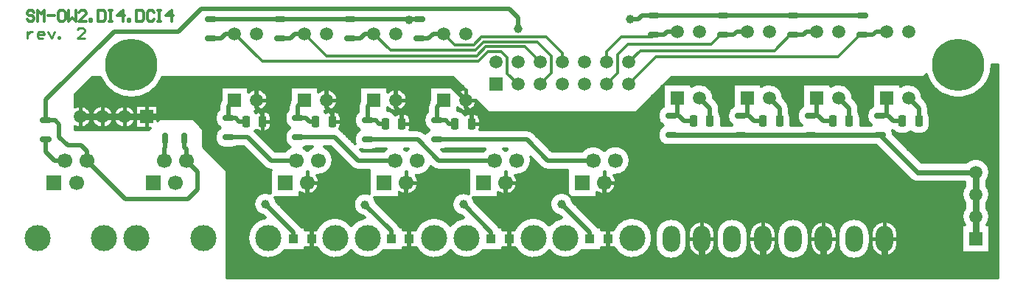
<source format=gtl>
G04 Layer_Physical_Order=1*
G04 Layer_Color=255*
%FSLAX42Y42*%
%MOMM*%
G71*
G01*
G75*
%ADD10C,0.30*%
%ADD11R,1.00X1.00*%
G04:AMPARAMS|DCode=12|XSize=0.7mm|YSize=1.3mm|CornerRadius=0.17mm|HoleSize=0mm|Usage=FLASHONLY|Rotation=270.000|XOffset=0mm|YOffset=0mm|HoleType=Round|Shape=RoundedRectangle|*
%AMROUNDEDRECTD12*
21,1,0.70,0.95,0,0,270.0*
21,1,0.35,1.30,0,0,270.0*
1,1,0.35,-0.47,-0.17*
1,1,0.35,-0.47,0.17*
1,1,0.35,0.47,0.17*
1,1,0.35,0.47,-0.17*
%
%ADD12ROUNDEDRECTD12*%
G04:AMPARAMS|DCode=13|XSize=0.9mm|YSize=1.3mm|CornerRadius=0.23mm|HoleSize=0mm|Usage=FLASHONLY|Rotation=0.000|XOffset=0mm|YOffset=0mm|HoleType=Round|Shape=RoundedRectangle|*
%AMROUNDEDRECTD13*
21,1,0.90,0.85,0,0,0.0*
21,1,0.45,1.30,0,0,0.0*
1,1,0.45,0.23,-0.42*
1,1,0.45,-0.23,-0.42*
1,1,0.45,-0.23,0.42*
1,1,0.45,0.23,0.42*
%
%ADD13ROUNDEDRECTD13*%
G04:AMPARAMS|DCode=14|XSize=0.7mm|YSize=1.3mm|CornerRadius=0.17mm|HoleSize=0mm|Usage=FLASHONLY|Rotation=0.000|XOffset=0mm|YOffset=0mm|HoleType=Round|Shape=RoundedRectangle|*
%AMROUNDEDRECTD14*
21,1,0.70,0.95,0,0,0.0*
21,1,0.35,1.30,0,0,0.0*
1,1,0.35,0.17,-0.47*
1,1,0.35,-0.17,-0.47*
1,1,0.35,-0.17,0.47*
1,1,0.35,0.17,0.47*
%
%ADD14ROUNDEDRECTD14*%
%ADD15C,0.50*%
%ADD16C,0.80*%
%ADD17C,0.60*%
%ADD18C,0.40*%
%ADD19C,0.25*%
%ADD20C,6.00*%
%ADD21C,1.50*%
%ADD22R,1.50X1.50*%
%ADD23C,1.50*%
%ADD24R,1.50X1.50*%
%ADD25R,1.50X1.50*%
%ADD26C,1.70*%
%ADD27C,3.00*%
%ADD28R,1.70X1.70*%
%ADD29O,2.00X3.00*%
%ADD30C,1.00*%
D10*
X-7962Y-1759D02*
G03*
X-7743Y-2137I34J-233D01*
G01*
X-7962Y-1759D02*
G03*
X-7743Y-2137I34J-233D01*
G01*
X-7829Y-1580D02*
G03*
X-7851Y-1527I-133J-22D01*
G01*
X-7366Y-2107D02*
G03*
X-6975Y-2134I205J115D01*
G01*
X-7547Y-1867D02*
G03*
X-7564Y-1845I-95J-56D01*
G01*
X-7547Y-1867D02*
G03*
X-7564Y-1845I-95J-56D01*
G01*
X-7366Y-2107D02*
G03*
X-6975Y-2134I205J115D01*
G01*
X-6822Y-1759D02*
G03*
X-6975Y-1849I34J-233D01*
G01*
X-6975D02*
G03*
X-7377Y-1897I-187J-142D01*
G01*
X-6975Y-1849D02*
G03*
X-7377Y-1897I-187J-142D01*
G01*
X-6822Y-1759D02*
G03*
X-6975Y-1849I34J-233D01*
G01*
X-7905Y-1480D02*
G03*
X-7985Y-1736I-57J-122D01*
G01*
X-7565Y-1469D02*
G03*
X-7341Y-1356I84J112D01*
G01*
X-7905Y-1212D02*
G03*
X-7895Y-1212I10J110D01*
G01*
X-7905Y-1212D02*
G03*
X-7895Y-1212I10J110D01*
G01*
X-7973Y-1180D02*
G03*
X-7905Y-1212I78J78D01*
G01*
X-7973Y-1180D02*
G03*
X-7905Y-1212I78J78D01*
G01*
X-7481Y-989D02*
G03*
X-7522Y-956I-127J-113D01*
G01*
X-7678Y-947D02*
G03*
X-7738Y-993I70J-155D01*
G01*
X-6765Y-1483D02*
G03*
X-6840Y-1741I-52J-124D01*
G01*
X-7341Y-1356D02*
G03*
X-7370Y-1272I-140J0D01*
G01*
X-7370Y-1272D02*
G03*
X-7184Y-1102I16J169D01*
G01*
X-7423Y-947D02*
G03*
X-7481Y-989I69J-155D01*
G01*
X-7184Y-1102D02*
G03*
X-7285Y-947I-170J0D01*
G01*
X-6975Y-1180D02*
G03*
X-6897Y-1212I78J78D01*
G01*
X-6975Y-1180D02*
G03*
X-6897Y-1212I78J78D01*
G01*
X-6868Y-976D02*
G03*
X-6835Y-982I34J97D01*
G01*
X-6739D02*
G03*
X-6695Y-972I0J102D01*
G01*
X-6975Y-2134D02*
G03*
X-6603Y-2137I187J142D01*
G01*
X-6975Y-2134D02*
G03*
X-6603Y-2137I187J142D01*
G01*
X-6415Y-1867D02*
G03*
X-6439Y-1830I-102J-41D01*
G01*
X-6415Y-1867D02*
G03*
X-6439Y-1830I-102J-41D01*
G01*
X-6226Y-2107D02*
G03*
X-5836Y-2135I205J115D01*
G01*
X-6226Y-2107D02*
G03*
X-5836Y-2135I205J115D01*
G01*
Y-1848D02*
G03*
X-6237Y-1897I-186J-144D01*
G01*
X-5836Y-1848D02*
G03*
X-6237Y-1897I-186J-144D01*
G01*
X-5836Y-2135D02*
G03*
X-5465Y-2137I186J144D01*
G01*
X-5836Y-2135D02*
G03*
X-5465Y-2137I186J144D01*
G01*
X-5089Y-2107D02*
G03*
X-4699Y-2137I205J115D01*
G01*
X-5089Y-2107D02*
G03*
X-4699Y-2137I205J115D01*
G01*
X-5272Y-1867D02*
G03*
X-5289Y-1845I-95J-56D01*
G01*
X-5272Y-1867D02*
G03*
X-5289Y-1845I-95J-56D01*
G01*
X-5686Y-1759D02*
G03*
X-5836Y-1848I36J-232D01*
G01*
X-5686Y-1759D02*
G03*
X-5836Y-1848I36J-232D01*
G01*
X-4699Y-1846D02*
G03*
X-5099Y-1897I-185J-146D01*
G01*
X-4699Y-1846D02*
G03*
X-5099Y-1897I-185J-146D01*
G01*
X-6684Y-1585D02*
G03*
X-6710Y-1527I-133J-22D01*
G01*
X-6425Y-1469D02*
G03*
X-6201Y-1356I84J112D01*
G01*
D02*
G03*
X-6230Y-1272I-140J0D01*
G01*
X-6230Y-1272D02*
G03*
X-6058Y-1170I16J169D01*
G01*
X-6577Y-972D02*
G03*
X-6598Y-993I109J-130D01*
G01*
X-6341Y-989D02*
G03*
X-6359Y-972I-127J-113D01*
G01*
X-6323D02*
G03*
X-6341Y-989I109J-130D01*
G01*
X-6048Y-1180D02*
G03*
X-5970Y-1212I78J78D01*
G01*
X-6048Y-1180D02*
G03*
X-5970Y-1212I78J78D01*
G01*
X-5937Y-980D02*
G03*
X-5896Y-970I-3J102D01*
G01*
X-5552Y-1583D02*
G03*
X-5575Y-1527I-133J-22D01*
G01*
X-5628Y-1483D02*
G03*
X-5707Y-1738I-57J-122D01*
G01*
X-5288Y-1469D02*
G03*
X-5063Y-1356I84J112D01*
G01*
D02*
G03*
X-5092Y-1272I-140J0D01*
G01*
X-5437Y-970D02*
G03*
X-5460Y-993I107J-133D01*
G01*
X-5092Y-1272D02*
G03*
X-4906Y-1102I16J169D01*
G01*
X-5203Y-989D02*
G03*
X-5224Y-970I-127J-113D01*
G01*
X-5183D02*
G03*
X-5203Y-989I107J-133D01*
G01*
X-10150Y-714D02*
G03*
X-9960Y-628I63J114D01*
G01*
X-9960D02*
G03*
X-9706Y-628I127J28D01*
G01*
X-9706D02*
G03*
X-9455Y-639I127J28D01*
G01*
X-8537Y-855D02*
G03*
X-8435Y-957I102J0D01*
G01*
X-8339D02*
G03*
X-8295Y-947I0J102D01*
G01*
X-8479Y-727D02*
G03*
X-8537Y-819I44J-93D01*
G01*
X-8068Y-751D02*
G03*
X-8014Y-772I53J56D01*
G01*
X-7679Y-727D02*
G03*
X-7737Y-819I44J-93D01*
G01*
X-7969Y-772D02*
G03*
X-7892Y-695I0J77D01*
G01*
X-8078Y-764D02*
G03*
X-8068Y-751I-82J70D01*
G01*
X-8537Y-634D02*
G03*
X-8479Y-727I102J0D01*
G01*
X-8068Y-553D02*
G03*
X-8081Y-536I-92J-56D01*
G01*
X-8041Y-537D02*
G03*
X-8068Y-553I26J-73D01*
G01*
X-8081Y-536D02*
G03*
X-8041Y-537I21J128D01*
G01*
X-8014Y-532D02*
G03*
X-8022Y-532I0J-77D01*
G01*
X-7892Y-609D02*
G03*
X-7969Y-532I-77J0D01*
G01*
X-7737Y-634D02*
G03*
X-7679Y-727I102J0D01*
G01*
X-9960Y-572D02*
G03*
X-10150Y-486I-127J-28D01*
G01*
X-9706Y-572D02*
G03*
X-9960Y-572I-127J-28D01*
G01*
X-9455Y-561D02*
G03*
X-9706Y-572I-124J-39D01*
G01*
X-9855Y-150D02*
G03*
X-9145Y-150I355J150D01*
G01*
X-8497Y-518D02*
G03*
X-8537Y-599I62J-81D01*
G01*
X-7697Y-518D02*
G03*
X-7737Y-599I62J-81D01*
G01*
X-8022Y-532D02*
G03*
X-7930Y-408I-38J124D01*
G01*
X-8474Y-414D02*
G03*
X-8497Y-481I87J-67D01*
G01*
X-8474Y-414D02*
G03*
X-8497Y-481I87J-67D01*
G01*
X-7930Y-408D02*
G03*
X-8154Y-318I-130J0D01*
G01*
X-7522Y-956D02*
G03*
X-7495Y-947I-17J101D01*
G01*
X-7737Y-855D02*
G03*
X-7678Y-947I102J0D01*
G01*
X-7085Y-759D02*
G03*
X-7108Y-742I-78J-78D01*
G01*
D02*
G03*
X-7092Y-695I-61J47D01*
G01*
X-7085Y-759D02*
G03*
X-7108Y-742I-78J-78D01*
G01*
X-6937Y-880D02*
G03*
X-6931Y-913I102J0D01*
G01*
X-6937Y-659D02*
G03*
X-6879Y-752I102J0D01*
G01*
D02*
G03*
X-6937Y-844I44J-93D01*
G01*
X-6897Y-543D02*
G03*
X-6937Y-624I62J-81D01*
G01*
X-7268Y-553D02*
G03*
X-7281Y-536I-92J-56D01*
G01*
X-7241Y-537D02*
G03*
X-7268Y-553I26J-73D01*
G01*
X-7281Y-536D02*
G03*
X-7241Y-537I21J128D01*
G01*
X-7214Y-532D02*
G03*
X-7222Y-532I0J-77D01*
G01*
X-7092Y-609D02*
G03*
X-7169Y-532I-77J0D01*
G01*
X-6468Y-578D02*
G03*
X-6554Y-527I-92J-56D01*
G01*
X-6414Y-557D02*
G03*
X-6468Y-578I0J-77D01*
G01*
X-6292Y-634D02*
G03*
X-6369Y-557I-77J0D01*
G01*
X-6133Y-784D02*
G03*
X-6210Y-752I-78J-78D01*
G01*
X-6133Y-784D02*
G03*
X-6210Y-752I-78J-78D01*
G01*
X-6299D02*
G03*
X-6292Y-720I-70J32D01*
G01*
X-6079Y-750D02*
G03*
X-6124Y-792I44J-93D01*
G01*
X-6138Y-657D02*
G03*
X-6079Y-750I102J0D01*
G01*
X-5498Y-750D02*
G03*
X-5492Y-720I-71J31D01*
G01*
X-5615Y-557D02*
G03*
X-5668Y-578I0J-77D01*
G01*
X-6097Y-541D02*
G03*
X-6138Y-622I62J-81D01*
G01*
X-5668Y-578D02*
G03*
X-5754Y-527I-92J-56D01*
G01*
X-5492Y-634D02*
G03*
X-5569Y-557I-77J0D01*
G01*
X-7674Y-414D02*
G03*
X-7697Y-481I87J-67D01*
G01*
X-7674Y-414D02*
G03*
X-7697Y-481I87J-67D01*
G01*
X-7222Y-532D02*
G03*
X-7130Y-408I-38J124D01*
G01*
D02*
G03*
X-7354Y-318I-130J0D01*
G01*
X-6874Y-414D02*
G03*
X-6897Y-481I87J-67D01*
G01*
X-6874Y-414D02*
G03*
X-6897Y-481I87J-67D01*
G01*
X-6554Y-498D02*
G03*
X-6330Y-408I94J90D01*
G01*
D02*
G03*
X-6554Y-318I-130J0D01*
G01*
X-6074Y-414D02*
G03*
X-6097Y-482I87J-68D01*
G01*
X-5754Y-498D02*
G03*
X-5531Y-419I94J90D01*
G01*
X-6074Y-414D02*
G03*
X-6097Y-482I87J-68D01*
G01*
X-5671Y-279D02*
G03*
X-5754Y-318I11J-129D01*
G01*
X-4699Y-2137D02*
G03*
X-4330Y-2137I185J146D01*
G01*
X-4699Y-2137D02*
G03*
X-4330Y-2137I185J146D01*
G01*
X-3485Y-2052D02*
G03*
X-3115Y-2052I185J0D01*
G01*
X-3105D02*
G03*
X-2794Y-2052I155J0D01*
G01*
X-2784D02*
G03*
X-2415Y-2052I185J0D01*
G01*
X-4144Y-1867D02*
G03*
X-4159Y-1848I-93J-59D01*
G01*
X-4144Y-1867D02*
G03*
X-4159Y-1848I-93J-59D01*
G01*
X-3954Y-2107D02*
G03*
X-3514Y-1992I205J115D01*
G01*
X-3954Y-2107D02*
G03*
X-3514Y-1992I205J115D01*
G01*
D02*
G03*
X-3964Y-1897I-235J0D01*
G01*
X-3514Y-1992D02*
G03*
X-3964Y-1897I-235J0D01*
G01*
X-3115Y-1952D02*
G03*
X-3485Y-1952I-185J0D01*
G01*
X-4558Y-1760D02*
G03*
X-4699Y-1846I43J-231D01*
G01*
X-4558Y-1760D02*
G03*
X-4699Y-1846I43J-231D01*
G01*
X-2794Y-1952D02*
G03*
X-3105Y-1952I-155J0D01*
G01*
X-2415D02*
G03*
X-2784Y-1952I-185J0D01*
G01*
X-2405Y-2052D02*
G03*
X-2094Y-2052I155J0D01*
G01*
X-2084D02*
G03*
X-1715Y-2052I185J0D01*
G01*
X-1705D02*
G03*
X-1394Y-2052I155J0D01*
G01*
X-1005D02*
G03*
X-695Y-2052I155J0D01*
G01*
X-1385D02*
G03*
X-1015Y-2052I185J0D01*
G01*
X-2094Y-1952D02*
G03*
X-2405Y-1952I-155J0D01*
G01*
X-1715D02*
G03*
X-2084Y-1952I-185J0D01*
G01*
X-1394D02*
G03*
X-1705Y-1952I-155J0D01*
G01*
X-1015D02*
G03*
X-1385Y-1952I-185J0D01*
G01*
X-695D02*
G03*
X-1005Y-1952I-155J0D01*
G01*
X75Y-1646D02*
G03*
X71Y-1840I125J-100D01*
G01*
X329D02*
G03*
X360Y-1746I-129J94D01*
G01*
X-4795Y-1180D02*
G03*
X-4717Y-1212I78J78D01*
G01*
X-4795Y-1180D02*
G03*
X-4717Y-1212I78J78D01*
G01*
X-4427Y-1580D02*
G03*
X-4448Y-1527I-133J-22D01*
G01*
X-4492Y-1486D02*
G03*
X-4582Y-1736I-68J-117D01*
G01*
X-4448Y-1527D02*
G03*
X-4492Y-1486I-112J-76D01*
G01*
X-4906Y-1102D02*
G03*
X-4911Y-1065I-170J0D01*
G01*
X-4882Y-782D02*
G03*
X-4960Y-750I-78J-78D01*
G01*
X-4882Y-782D02*
G03*
X-4960Y-750I-78J-78D01*
G01*
X-4069Y-989D02*
G03*
X-4325Y-993I-127J-113D01*
G01*
X-3928Y-1356D02*
G03*
X-3957Y-1272I-140J0D01*
G01*
X-4153Y-1469D02*
G03*
X-3928Y-1356I84J112D01*
G01*
X-3772Y-1102D02*
G03*
X-4069Y-989I-170J0D01*
G01*
X-3957Y-1272D02*
G03*
X-3772Y-1102I16J169D01*
G01*
X-3450Y-827D02*
G03*
X-3347Y-930I102J0D01*
G01*
X-3392Y-700D02*
G03*
X-3450Y-793I44J-93D01*
G01*
X-3253Y-930D02*
G03*
X-3221Y-925I0J102D01*
G01*
X-3450Y-607D02*
G03*
X-3392Y-700I102J0D01*
G01*
X-2579Y-925D02*
G03*
X-2548Y-930I32J98D01*
G01*
X-2452D02*
G03*
X-2421Y-925I0J102D01*
G01*
X-2650Y-607D02*
G03*
X-2601Y-695I102J0D01*
G01*
X-1850Y-607D02*
G03*
X-1801Y-695I102J0D01*
G01*
X-3387Y-478D02*
G03*
X-3450Y-572I40J-95D01*
G01*
X-2813Y-381D02*
G03*
X-3067Y-252I-160J0D01*
G01*
X-2745Y-499D02*
G03*
X-2777Y-421I-110J0D01*
G01*
X-2725Y-607D02*
G03*
X-2745Y-545I-108J0D01*
G01*
X-2587Y-478D02*
G03*
X-2650Y-572I40J-95D01*
G01*
X-2745Y-499D02*
G03*
X-2777Y-421I-110J0D01*
G01*
X-1945Y-499D02*
G03*
X-1977Y-421I-110J0D01*
G01*
X-1925Y-607D02*
G03*
X-1945Y-545I-108J0D01*
G01*
X-1787Y-478D02*
G03*
X-1850Y-572I40J-95D01*
G01*
X-1945Y-499D02*
G03*
X-1977Y-421I-110J0D01*
G01*
X-2013Y-381D02*
G03*
X-2267Y-252I-160J0D01*
G01*
X-553Y-1319D02*
G03*
X-472Y-1353I81J81D01*
G01*
X-1779Y-925D02*
G03*
X-1748Y-930I32J98D01*
G01*
X-1652D02*
G03*
X-1621Y-925I0J102D01*
G01*
X-979D02*
G03*
X-948Y-930I32J98D01*
G01*
X-1050Y-607D02*
G03*
X-1001Y-695I102J0D01*
G01*
X-751Y-760D02*
G03*
X-668Y-800I84J67D01*
G01*
X-750Y-793D02*
G03*
X-755Y-760I-102J0D01*
G01*
X-622Y-800D02*
G03*
X-550Y-772I0J108D01*
G01*
X75Y-1392D02*
G03*
X75Y-1592I125J-100D01*
G01*
X360Y-1746D02*
G03*
X325Y-1646I-160J0D01*
G01*
Y-1592D02*
G03*
X360Y-1492I-125J100D01*
G01*
X-553Y-1319D02*
G03*
X-472Y-1353I81J81D01*
G01*
X360Y-1492D02*
G03*
X325Y-1392I-160J0D01*
G01*
Y-1338D02*
G03*
X360Y-1238I-125J100D01*
G01*
D02*
G03*
X89Y-1123I-160J0D01*
G01*
X-550Y-772D02*
G03*
X-478Y-800I73J79D01*
G01*
X-432D02*
G03*
X-325Y-693I0J108D01*
G01*
X-1213Y-381D02*
G03*
X-1467Y-252I-160J0D01*
G01*
X-1125Y-607D02*
G03*
X-1145Y-545I-108J0D01*
G01*
Y-499D02*
G03*
X-1177Y-421I-110J0D01*
G01*
X-1145Y-499D02*
G03*
X-1177Y-421I-110J0D01*
G01*
X-987Y-478D02*
G03*
X-1050Y-572I40J-95D01*
G01*
X-413Y-381D02*
G03*
X-667Y-252I-160J0D01*
G01*
X-345Y-499D02*
G03*
X-377Y-421I-110J0D01*
G01*
X-345Y-499D02*
G03*
X-377Y-421I-110J0D01*
G01*
X-325Y-607D02*
G03*
X-345Y-545I-108J0D01*
G01*
X-367Y-117D02*
G03*
X385Y0I367J117D01*
G01*
X-5183Y-102D02*
Y82D01*
Y-102D02*
X-5058Y-227D01*
X-4675Y-98D02*
Y100D01*
X-4804Y-227D02*
X-4675Y-98D01*
X-5405Y150D02*
X-5250D01*
X-5183Y82D01*
X-5430Y205D02*
X-4982D01*
X-4804Y27D01*
X-5453Y260D02*
X-4835D01*
X-4675Y100D01*
X-5478Y315D02*
X-4733D01*
X-4550Y133D01*
Y27D02*
Y133D01*
X-5783Y222D02*
X-5570D01*
X-5478Y315D01*
X-6522Y162D02*
X-5550D01*
X-5453Y260D01*
X-7260Y100D02*
X-5535D01*
X-5430Y205D01*
X-7997Y38D02*
X-5517D01*
X-5405Y150D01*
X-5914Y354D02*
X-5783Y222D01*
X-6714Y354D02*
X-6522Y162D01*
X-7514Y354D02*
X-7260Y100D01*
X-8314Y354D02*
X-7997Y38D01*
X-4042Y27D02*
Y148D01*
Y-227D02*
X-3912Y-98D01*
Y117D01*
X-3800Y230D01*
X-2840D01*
X-2730Y340D01*
X-2700D01*
X-3788Y27D02*
X-3655Y160D01*
X-2110D01*
X-1930Y340D01*
X-1900D01*
X-3788Y-227D02*
X-3471Y90D01*
X-1380D01*
X-1130Y340D01*
X-1100D01*
X-4042Y148D02*
X-3870Y320D01*
X-3520D01*
X-3500Y340D01*
X-8400Y-2173D02*
X-8077D01*
X-8400Y-2203D02*
X-8031D01*
X-8400Y-2113D02*
X-8129D01*
X-8400Y-2143D02*
X-8107D01*
X-8043Y-2450D02*
Y-2196D01*
X-8013Y-2450D02*
Y-2210D01*
X-8103Y-2450D02*
Y-2148D01*
X-8073Y-2450D02*
Y-2176D01*
X-8400Y-1993D02*
X-8162D01*
X-8400Y-1963D02*
X-8161D01*
X-8400Y-1933D02*
X-8155D01*
X-8400Y-1903D02*
X-8145D01*
X-8400Y-2083D02*
X-8144D01*
X-8133Y-2450D02*
Y-2105D01*
X-8400Y-2023D02*
X-8160D01*
X-8400Y-2053D02*
X-8154D01*
X-7923Y-2450D02*
Y-2226D01*
X-7893Y-2450D02*
Y-2224D01*
X-7983Y-2450D02*
Y-2220D01*
X-7953Y-2450D02*
Y-2225D01*
X-7863Y-2450D02*
Y-2217D01*
X-7833Y-2450D02*
Y-2207D01*
X-7803Y-2450D02*
Y-2191D01*
X-7824Y-2203D02*
X-7265D01*
X-7773Y-2450D02*
Y-2169D01*
X-7778Y-2173D02*
X-7311D01*
X-7743Y-2450D02*
Y-2137D01*
X-7713Y-2450D02*
Y-2137D01*
X-7683Y-2450D02*
Y-2137D01*
X-7748Y-2143D02*
X-7341D01*
X-7743Y-2137D02*
X-7507D01*
X-8400Y-1873D02*
X-8130D01*
X-8400Y-1843D02*
X-8109D01*
X-8400Y-1813D02*
X-8080D01*
X-8400Y-1783D02*
X-8035D01*
X-8013Y-1773D02*
Y-1728D01*
X-7983Y-1763D02*
Y-1738D01*
X-8400Y-1753D02*
X-7968D01*
X-7985Y-1736D02*
X-7962Y-1759D01*
X-8400Y-1693D02*
X-8063D01*
X-8400Y-1723D02*
X-8024D01*
X-8400Y-1633D02*
X-8094D01*
X-8400Y-1663D02*
X-8083D01*
X-8073Y-1807D02*
Y-1680D01*
X-8043Y-1787D02*
Y-1711D01*
X-8400Y-1603D02*
X-8097D01*
X-8400Y-1573D02*
X-8094D01*
X-8400Y-1543D02*
X-8083D01*
X-7829Y-1580D02*
X-7564Y-1845D01*
X-7777Y-1633D02*
X-6950D01*
X-7807Y-1603D02*
X-6952D01*
X-7831Y-1573D02*
X-6948D01*
X-7687Y-1723D02*
X-6888D01*
X-7657Y-1753D02*
X-6828D01*
X-7747Y-1663D02*
X-6941D01*
X-7717Y-1693D02*
X-6922D01*
X-7833Y-1564D02*
Y-1527D01*
X-7851D02*
X-7565D01*
X-7842Y-1543D02*
X-6936D01*
X-7713Y-1696D02*
Y-1527D01*
X-7683Y-1726D02*
Y-1527D01*
X-7803Y-1606D02*
Y-1527D01*
X-7743Y-1666D02*
Y-1527D01*
X-7773Y-1636D02*
Y-1527D01*
X-7563Y-2450D02*
Y-2137D01*
X-7323Y-2450D02*
Y-2162D01*
X-7623Y-2450D02*
Y-2137D01*
X-7593Y-2450D02*
Y-2137D01*
X-7233Y-2450D02*
Y-2215D01*
X-7203Y-2450D02*
Y-2223D01*
X-7293Y-2450D02*
Y-2186D01*
X-7263Y-2450D02*
Y-2203D01*
X-7503Y-2450D02*
Y-2107D01*
X-7473Y-2450D02*
Y-2107D01*
X-7653Y-2450D02*
Y-2137D01*
X-7533Y-2450D02*
Y-2137D01*
X-7383Y-2450D02*
Y-2107D01*
X-7353Y-2450D02*
Y-2128D01*
X-7443Y-2450D02*
Y-2107D01*
X-7413Y-2450D02*
Y-2107D01*
X-7113Y-2450D02*
Y-2221D01*
X-6843Y-2450D02*
Y-2220D01*
X-7173Y-2450D02*
Y-2226D01*
X-7143Y-2450D02*
Y-2226D01*
X-6753Y-2450D02*
Y-2224D01*
X-6723Y-2450D02*
Y-2217D01*
X-6813Y-2450D02*
Y-2225D01*
X-6783Y-2450D02*
Y-2226D01*
X-7053Y-2450D02*
Y-2200D01*
X-7023Y-2450D02*
Y-2181D01*
X-7083Y-2450D02*
Y-2213D01*
X-6903Y-2450D02*
Y-2196D01*
X-6873Y-2450D02*
Y-2210D01*
X-6993Y-2450D02*
Y-2155D01*
X-6933Y-2450D02*
Y-2176D01*
X-6963Y-2450D02*
Y-2148D01*
X-7507Y-2137D02*
Y-2107D01*
Y-2113D02*
X-7363D01*
X-7507Y-1897D02*
Y-1867D01*
Y-2107D02*
X-7366D01*
X-7507Y-1897D02*
X-7377D01*
X-7507Y-1873D02*
X-7364D01*
X-7623Y-1786D02*
Y-1527D01*
X-7597Y-1813D02*
X-7314D01*
X-7653Y-1756D02*
Y-1527D01*
X-7627Y-1783D02*
X-7269D01*
X-7547Y-1867D02*
X-7507D01*
X-7593Y-1816D02*
Y-1527D01*
X-7567Y-1843D02*
X-7343D01*
X-7058Y-2203D02*
X-6891D01*
X-7012Y-2173D02*
X-6937D01*
X-7054Y-1783D02*
X-6895D01*
X-6982Y-2143D02*
X-6967D01*
X-6980Y-1843D02*
X-6969D01*
X-7009Y-1813D02*
X-6940D01*
X-6933Y-1807D02*
Y-1677D01*
X-6903Y-1787D02*
Y-1712D01*
X-6873Y-1773D02*
Y-1731D01*
X-6843Y-1763D02*
Y-1740D01*
X-6840Y-1741D02*
X-6822Y-1759D01*
X-6693Y-1555D02*
Y-1527D01*
X-8400Y-2450D02*
Y-1210D01*
X-8133Y-1878D02*
Y-1020D01*
X-8400Y-1513D02*
X-8063D01*
X-8400Y-1483D02*
X-8025D01*
X-8103Y-1835D02*
Y-1050D01*
X-8073Y-1525D02*
Y-1080D01*
X-8043Y-1494D02*
Y-1110D01*
X-8013Y-1477D02*
Y-1140D01*
X-8313Y-2450D02*
Y-954D01*
X-8283Y-2450D02*
Y-947D01*
X-8373Y-2450D02*
Y-957D01*
X-8343Y-2450D02*
Y-957D01*
X-8193Y-2450D02*
Y-960D01*
X-8163Y-2450D02*
Y-990D01*
X-8253Y-2450D02*
Y-947D01*
X-8223Y-2450D02*
Y-947D01*
X-7565Y-1483D02*
X-7542D01*
X-8400Y-1423D02*
X-7905D01*
X-8400Y-1453D02*
X-7905D01*
X-7563Y-1846D02*
Y-1470D01*
X-7533Y-1867D02*
Y-1486D01*
X-7565Y-1527D02*
Y-1469D01*
Y-1513D02*
X-6914D01*
X-8400Y-1363D02*
X-7905D01*
X-8400Y-1393D02*
X-7905D01*
X-8400Y-1303D02*
X-7905D01*
X-8400Y-1333D02*
X-7905D01*
Y-1480D02*
Y-1212D01*
X-7983Y-1469D02*
Y-1170D01*
X-7923Y-1473D02*
Y-1209D01*
X-7953Y-1468D02*
Y-1196D01*
X-8527Y-1063D02*
X-8090D01*
X-8497Y-1093D02*
X-8060D01*
X-8587Y-1003D02*
X-8150D01*
X-8557Y-1033D02*
X-8120D01*
X-8403Y-1187D02*
Y-957D01*
X-8400Y-1210D02*
X-8390Y-1200D01*
X-8467Y-1123D02*
X-8030D01*
X-8437Y-1153D02*
X-8000D01*
X-8553Y-1037D02*
Y-150D01*
X-8650Y-940D02*
X-8390Y-1200D01*
X-8613Y-977D02*
Y-150D01*
X-8583Y-1007D02*
Y-150D01*
X-8433Y-1157D02*
Y-957D01*
X-8206Y-947D02*
X-7973Y-1180D01*
X-8523Y-1067D02*
Y-906D01*
X-8463Y-1127D02*
Y-953D01*
X-8493Y-1097D02*
Y-939D01*
X-8400Y-1243D02*
X-7905D01*
X-8400Y-1273D02*
X-7905D01*
X-8407Y-1183D02*
X-7970D01*
X-8400Y-1213D02*
X-7905D01*
X-8078Y-764D02*
X-7849Y-993D01*
X-7738D01*
X-7863Y-979D02*
Y-150D01*
X-7833Y-993D02*
Y-150D01*
X-7803Y-993D02*
Y-150D01*
X-7773Y-993D02*
Y-150D01*
X-7743Y-993D02*
Y-150D01*
X-7503Y-1897D02*
Y-1495D01*
X-7473Y-1897D02*
Y-1496D01*
X-7443Y-1897D02*
Y-1491D01*
X-7413Y-1897D02*
Y-1479D01*
X-7383Y-1897D02*
Y-1456D01*
X-7353Y-1855D02*
Y-1413D01*
X-7323Y-1821D02*
Y-1270D01*
X-7293Y-1797D02*
Y-1261D01*
X-7263Y-1780D02*
Y-1246D01*
X-7233Y-1768D02*
Y-1222D01*
X-7113Y-1762D02*
Y-1043D01*
X-7083Y-1770D02*
Y-1073D01*
X-7203Y-1760D02*
Y-1181D01*
X-7143Y-1757D02*
Y-1013D01*
X-7173Y-1757D02*
Y-983D01*
X-7420Y-1483D02*
X-6869D01*
X-7379Y-1453D02*
X-6765D01*
X-7346Y-1393D02*
X-6765D01*
X-7358Y-1423D02*
X-6765D01*
X-6873Y-1484D02*
Y-1212D01*
X-6843Y-1475D02*
Y-1212D01*
X-7341Y-1363D02*
X-6765D01*
X-6993Y-1828D02*
Y-1163D01*
X-6963Y-1835D02*
Y-1191D01*
X-7053Y-1783D02*
Y-1103D01*
X-7023Y-1802D02*
Y-1133D01*
X-6933Y-1538D02*
Y-1207D01*
X-6903Y-1503D02*
Y-1212D01*
X-6813Y-1473D02*
Y-1212D01*
X-6765Y-1483D02*
Y-1212D01*
X-6783Y-1477D02*
Y-1212D01*
X-7353Y-1300D02*
Y-1272D01*
X-7192Y-1153D02*
X-7003D01*
X-7204Y-1183D02*
X-6973D01*
X-7184Y-1093D02*
X-7063D01*
X-7185Y-1123D02*
X-7033D01*
X-7473Y-981D02*
Y-947D01*
X-7233Y-983D02*
Y-947D01*
X-7189Y-1063D02*
X-7093D01*
X-7209Y-947D02*
X-6975Y-1180D01*
X-7203Y-1024D02*
Y-953D01*
X-7199Y-1033D02*
X-7123D01*
X-7216Y-1003D02*
X-7153D01*
X-7352Y-1303D02*
X-6765D01*
X-7343Y-1333D02*
X-6765D01*
X-7258Y-1243D02*
X-6765D01*
X-7369Y-1273D02*
X-6765D01*
X-7224Y-1213D02*
X-6765D01*
X-6897Y-1212D02*
X-6765D01*
X-6868Y-976D02*
X-6852Y-993D01*
X-6843D02*
Y-982D01*
X-6835Y-982D02*
X-6739D01*
X-6813Y-993D02*
Y-982D01*
X-6783Y-993D02*
Y-982D01*
X-6753Y-993D02*
Y-982D01*
X-6723Y-993D02*
Y-981D01*
X-6633Y-2450D02*
Y-2169D01*
X-6603Y-2450D02*
Y-2137D01*
X-6693Y-2450D02*
Y-2207D01*
X-6663Y-2450D02*
Y-2191D01*
X-6513Y-2450D02*
Y-2137D01*
X-6483Y-2450D02*
Y-2137D01*
X-6573Y-2450D02*
Y-2137D01*
X-6543Y-2450D02*
Y-2137D01*
X-6393Y-2450D02*
Y-2137D01*
X-6363Y-2450D02*
Y-2107D01*
X-6453Y-2450D02*
Y-2137D01*
X-6423Y-2450D02*
Y-2137D01*
X-6273Y-2450D02*
Y-2107D01*
X-6243Y-2450D02*
Y-2107D01*
X-6333Y-2450D02*
Y-2107D01*
X-6303Y-2450D02*
Y-2107D01*
X-8400Y-2443D02*
X450D01*
X-8400Y-2450D02*
X450D01*
X-8400Y-2383D02*
X450D01*
X-8400Y-2413D02*
X450D01*
X-6033Y-2450D02*
Y-2226D01*
X-8400Y-2353D02*
X450D01*
X-8400Y-2293D02*
X450D01*
X-8400Y-2323D02*
X450D01*
X-6153Y-2450D02*
Y-2186D01*
X-6123Y-2450D02*
Y-2203D01*
X-6213Y-2450D02*
Y-2128D01*
X-6183Y-2450D02*
Y-2162D01*
X-5973Y-2450D02*
Y-2221D01*
X-5943Y-2450D02*
Y-2213D01*
X-6093Y-2450D02*
Y-2215D01*
X-6003Y-2450D02*
Y-2226D01*
X-6063Y-2450D02*
Y-2223D01*
X-6603Y-2137D02*
X-6382D01*
X-6608Y-2143D02*
X-6201D01*
X-6382Y-2137D02*
Y-2107D01*
Y-2113D02*
X-6223D01*
X-6382Y-2107D02*
X-6226D01*
X-6429Y-1843D02*
X-6203D01*
X-6457Y-1813D02*
X-6174D01*
X-6382Y-1897D02*
Y-1867D01*
X-6415D02*
X-6382D01*
Y-1897D02*
X-6237D01*
X-6382Y-1873D02*
X-6224D01*
X-8400Y-2233D02*
X-3340D01*
X-8400Y-2263D02*
X450D01*
X-6638Y-2173D02*
X-6171D01*
X-6684Y-2203D02*
X-6125D01*
X-6487Y-1783D02*
X-6129D01*
X-5918Y-2203D02*
X-5753D01*
X-6607Y-1663D02*
X-5807D01*
X-6577Y-1693D02*
X-5788D01*
X-6667Y-1603D02*
X-5820D01*
X-6637Y-1633D02*
X-5817D01*
X-5914Y-1783D02*
X-5758D01*
X-6517Y-1753D02*
X-5693D01*
X-6547Y-1723D02*
X-5751D01*
X-5703Y-2450D02*
Y-2220D01*
X-5673Y-2450D02*
Y-2225D01*
X-5913Y-2450D02*
Y-2200D01*
X-5733Y-2450D02*
Y-2211D01*
X-5583Y-2450D02*
Y-2217D01*
X-5553Y-2450D02*
Y-2206D01*
X-5643Y-2450D02*
Y-2226D01*
X-5613Y-2450D02*
Y-2224D01*
X-5883Y-2450D02*
Y-2181D01*
X-5853Y-2450D02*
Y-2155D01*
X-5523Y-2450D02*
Y-2189D01*
X-5493Y-2450D02*
Y-2166D01*
X-5823Y-2450D02*
Y-2151D01*
X-5763Y-2450D02*
Y-2198D01*
X-5793Y-2450D02*
Y-2178D01*
X-5463Y-2450D02*
Y-2137D01*
X-5433Y-2450D02*
Y-2137D01*
X-5500Y-2173D02*
X-5034D01*
X-5547Y-2203D02*
X-4987D01*
X-5283Y-2450D02*
Y-2137D01*
X-5253Y-2450D02*
Y-2137D01*
X-5343Y-2450D02*
Y-2137D01*
X-5313Y-2450D02*
Y-2137D01*
X-5223Y-2450D02*
Y-2107D01*
X-5193Y-2450D02*
Y-2107D01*
X-5403Y-2450D02*
Y-2137D01*
X-5373Y-2450D02*
Y-2137D01*
X-5163Y-2450D02*
Y-2107D01*
X-5133Y-2450D02*
Y-2107D01*
X-5103Y-2450D02*
Y-2107D01*
X-5842Y-2143D02*
X-5830D01*
X-5872Y-2173D02*
X-5800D01*
X-5465Y-2137D02*
X-5232D01*
Y-1897D02*
Y-1867D01*
Y-2137D02*
Y-2107D01*
X-5272Y-1867D02*
X-5232D01*
X-5840Y-1843D02*
X-5832D01*
X-5869Y-1813D02*
X-5802D01*
X-5793Y-1805D02*
Y-1686D01*
X-5763Y-1785D02*
Y-1715D01*
X-5733Y-1772D02*
Y-1731D01*
X-5703Y-1763D02*
Y-1743D01*
X-5707Y-1738D02*
X-5686Y-1759D01*
X-5232Y-2113D02*
X-5085D01*
X-5470Y-2143D02*
X-5064D01*
X-5232Y-2107D02*
X-5089D01*
X-5292Y-1843D02*
X-5066D01*
X-5232Y-1897D02*
X-5099D01*
X-5232Y-1873D02*
X-5087D01*
X-5442Y-1693D02*
X-4661D01*
X-5412Y-1723D02*
X-4622D01*
X-5502Y-1633D02*
X-4692D01*
X-5472Y-1663D02*
X-4681D01*
X-5322Y-1813D02*
X-5036D01*
X-5352Y-1783D02*
X-4992D01*
X-5382Y-1753D02*
X-4565D01*
X-6633Y-1636D02*
Y-1527D01*
X-6684Y-1585D02*
X-6439Y-1830D01*
X-6663Y-1606D02*
Y-1527D01*
X-6543Y-1726D02*
Y-1527D01*
X-6513Y-1756D02*
Y-1527D01*
X-6603Y-1666D02*
Y-1527D01*
X-6573Y-1696D02*
Y-1527D01*
X-6483Y-1786D02*
Y-1527D01*
X-6453Y-1816D02*
Y-1527D01*
X-6425D02*
Y-1469D01*
X-6710Y-1527D02*
X-6425D01*
X-6363Y-1897D02*
Y-1495D01*
X-6333Y-1897D02*
Y-1496D01*
X-6423Y-1851D02*
Y-1470D01*
X-6393Y-1867D02*
Y-1486D01*
X-6687Y-1573D02*
X-5816D01*
X-6699Y-1543D02*
X-5805D01*
X-6425Y-1513D02*
X-5783D01*
X-6303Y-1897D02*
Y-1491D01*
X-6273Y-1897D02*
Y-1479D01*
X-6243Y-1897D02*
Y-1457D01*
X-6213Y-1855D02*
Y-1413D01*
X-6183Y-1821D02*
Y-1270D01*
X-6153Y-1797D02*
Y-1261D01*
X-6123Y-1780D02*
Y-1246D01*
X-6093Y-1768D02*
Y-1222D01*
X-5973Y-1762D02*
Y-1212D01*
X-5943Y-1770D02*
Y-1212D01*
X-6063Y-1760D02*
Y-1181D01*
X-6003Y-1757D02*
Y-1207D01*
X-6033Y-1757D02*
Y-1193D01*
X-6425Y-1483D02*
X-6402D01*
X-6213Y-1300D02*
Y-1272D01*
X-6058Y-1170D02*
X-6048Y-1180D01*
X-6663Y-993D02*
Y-972D01*
X-6633Y-993D02*
Y-972D01*
X-6693Y-993D02*
Y-972D01*
X-6852Y-993D02*
X-6598D01*
X-6603D02*
Y-972D01*
X-6333Y-981D02*
Y-972D01*
X-6280Y-1483D02*
X-5742D01*
X-6239Y-1453D02*
X-5628D01*
X-6229Y-1273D02*
X-5628D01*
X-6218Y-1423D02*
X-5628D01*
X-6201Y-1363D02*
X-5628D01*
X-6206Y-1393D02*
X-5628D01*
X-6212Y-1303D02*
X-5628D01*
X-6203Y-1333D02*
X-5628D01*
X-6084Y-1213D02*
X-5628D01*
X-6118Y-1243D02*
X-5628D01*
X-6064Y-1183D02*
X-6045D01*
X-5970Y-1212D02*
X-5628D01*
X-5937Y-980D02*
X-5924Y-993D01*
X-5460D01*
X-5523Y-1611D02*
Y-1527D01*
X-5493Y-1641D02*
Y-1527D01*
X-5553Y-1577D02*
Y-1527D01*
X-5373Y-1761D02*
Y-1527D01*
X-5343Y-1791D02*
Y-1527D01*
X-5463Y-1671D02*
Y-1527D01*
X-5433Y-1701D02*
Y-1527D01*
X-5853Y-1828D02*
Y-1212D01*
X-5823Y-1832D02*
Y-1212D01*
X-5913Y-1783D02*
Y-1212D01*
X-5883Y-1802D02*
Y-1212D01*
X-5403Y-1731D02*
Y-1527D01*
X-5793Y-1524D02*
Y-1212D01*
X-5628Y-1483D02*
Y-1212D01*
X-5763Y-1495D02*
Y-1212D01*
X-5552Y-1583D02*
X-5289Y-1845D01*
X-5554Y-1573D02*
X-4692D01*
X-5575Y-1527D02*
X-5288D01*
X-5565Y-1543D02*
X-4681D01*
X-5313Y-1821D02*
Y-1527D01*
X-5193Y-1897D02*
Y-1496D01*
X-5532Y-1603D02*
X-4695D01*
X-5288Y-1513D02*
X-4661D01*
X-5283Y-1852D02*
Y-1472D01*
X-5253Y-1867D02*
Y-1487D01*
X-5288Y-1527D02*
Y-1469D01*
X-5223Y-1897D02*
Y-1495D01*
X-5163Y-1897D02*
Y-1491D01*
X-5133Y-1897D02*
Y-1477D01*
X-5103Y-1897D02*
Y-1454D01*
X-5793Y-993D02*
Y-970D01*
X-5763Y-993D02*
Y-970D01*
X-5913Y-993D02*
Y-976D01*
X-5823Y-993D02*
Y-970D01*
X-5733Y-1479D02*
Y-1212D01*
X-5643Y-1477D02*
Y-1212D01*
X-5703Y-1471D02*
Y-1212D01*
X-5673Y-1471D02*
Y-1212D01*
X-5733Y-993D02*
Y-970D01*
X-5703Y-993D02*
Y-970D01*
X-5883Y-993D02*
Y-970D01*
X-5853Y-993D02*
Y-970D01*
X-5583Y-993D02*
Y-970D01*
X-5553Y-993D02*
Y-970D01*
X-5673Y-993D02*
Y-970D01*
X-5613Y-993D02*
Y-970D01*
X-5643Y-993D02*
Y-970D01*
X-5288Y-1483D02*
X-5264D01*
X-5143D02*
X-4622D01*
X-5102Y-1453D02*
X-4492D01*
X-5080Y-1423D02*
X-4492D01*
X-5091Y-1273D02*
X-4492D01*
X-5074Y-1303D02*
X-4492D01*
X-5463Y-993D02*
Y-970D01*
X-5523Y-993D02*
Y-970D01*
X-5493Y-993D02*
Y-970D01*
X-5193Y-979D02*
Y-970D01*
X-10083Y-750D02*
Y-730D01*
X-10053Y-750D02*
Y-725D01*
X-10143Y-750D02*
Y-717D01*
X-10113Y-750D02*
Y-727D01*
X-9813Y-750D02*
Y-728D01*
X-9783Y-750D02*
Y-720D01*
X-9873Y-750D02*
Y-724D01*
X-9843Y-750D02*
Y-730D01*
X-9993Y-750D02*
Y-690D01*
X-9963Y-750D02*
Y-639D01*
X-10150Y-750D02*
Y-714D01*
X-10023Y-750D02*
Y-713D01*
X-9753Y-750D02*
Y-702D01*
X-9723Y-750D02*
Y-669D01*
X-9933Y-750D02*
Y-683D01*
X-9903Y-750D02*
Y-710D01*
X-9453Y-750D02*
Y-730D01*
X-9423Y-750D02*
Y-730D01*
X-10150Y-750D02*
X-9500D01*
X-9300D01*
X-9303D02*
Y-730D01*
X-9300Y-750D02*
X-9280Y-730D01*
X-9393Y-750D02*
Y-730D01*
X-9363Y-750D02*
Y-730D01*
X-9633Y-750D02*
Y-718D01*
X-9603Y-750D02*
Y-728D01*
X-9693Y-750D02*
Y-662D01*
X-9663Y-750D02*
Y-699D01*
X-9483Y-750D02*
Y-688D01*
X-9333Y-750D02*
Y-730D01*
X-9573Y-750D02*
Y-730D01*
X-9543Y-750D02*
Y-725D01*
X-9513Y-750D02*
Y-712D01*
X-10007Y-703D02*
X-9913D01*
X-9964Y-643D02*
X-9956D01*
X-9979Y-673D02*
X-9941D01*
X-9753Y-703D02*
X-9659D01*
X-9710Y-643D02*
X-9702D01*
X-9725Y-673D02*
X-9687D01*
X-9966Y-553D02*
X-9954D01*
X-9983Y-523D02*
X-9937D01*
X-9712Y-553D02*
X-9700D01*
X-10150Y-733D02*
X-9283D01*
X-9471Y-673D02*
X-9455D01*
X-9499Y-703D02*
X-9455D01*
Y-730D02*
Y-639D01*
Y-730D02*
X-9280D01*
X-9195Y-613D02*
X-9163D01*
X-8772D02*
X-8537D01*
X-9195Y-645D02*
X-9150Y-600D01*
X-9000D02*
X-8785D01*
X-8685Y-700D01*
X-9150Y-600D02*
X-9000D01*
X-9195Y-583D02*
X-8536D01*
X-9195Y-553D02*
X-8526D01*
X-8647Y-943D02*
X-8487D01*
X-8617Y-973D02*
X-8180D01*
X-8650Y-883D02*
X-8533D01*
X-8650Y-913D02*
X-8519D01*
X-8435Y-957D02*
X-8339D01*
X-8295Y-947D02*
X-8206D01*
X-8650Y-940D02*
Y-735D01*
Y-853D02*
X-8537D01*
X-8650Y-823D02*
X-8537D01*
X-8650Y-793D02*
X-8533D01*
X-8537Y-855D02*
Y-819D01*
X-8073Y-769D02*
Y-758D01*
X-8043Y-799D02*
Y-767D01*
X-7959Y-883D02*
X-7733D01*
X-7929Y-913D02*
X-7719D01*
X-8019Y-823D02*
X-7737D01*
X-7989Y-853D02*
X-7737D01*
X-7869Y-973D02*
X-7718D01*
X-7713Y-969D02*
Y-920D01*
X-7737Y-855D02*
Y-819D01*
X-7899Y-943D02*
X-7687D01*
X-8013Y-829D02*
Y-772D01*
X-7983Y-859D02*
Y-772D01*
X-8014D02*
X-7969D01*
X-8049Y-793D02*
X-7733D01*
X-7923Y-919D02*
Y-757D01*
X-7893Y-949D02*
Y-707D01*
X-7953Y-889D02*
Y-770D01*
X-8685Y-700D02*
X-8650Y-735D01*
Y-763D02*
X-8520D01*
X-8682Y-703D02*
X-8511D01*
X-8652Y-733D02*
X-8489D01*
X-8523Y-768D02*
Y-686D01*
X-8493Y-735D02*
Y-719D01*
X-8076Y-763D02*
X-8051D01*
X-8712Y-673D02*
X-8530D01*
X-8537Y-634D02*
Y-599D01*
X-8742Y-643D02*
X-8537D01*
X-8073Y-546D02*
Y-537D01*
X-7933Y-763D02*
X-7720D01*
X-7902Y-733D02*
X-7689D01*
X-7713Y-754D02*
Y-700D01*
X-7892Y-703D02*
X-7711D01*
X-7892Y-643D02*
X-7737D01*
X-7892Y-673D02*
X-7730D01*
X-8014Y-532D02*
X-7969D01*
X-7917Y-553D02*
X-7726D01*
X-7892Y-695D02*
Y-609D01*
X-7737Y-634D02*
Y-599D01*
X-7892Y-613D02*
X-7737D01*
X-7897Y-583D02*
X-7736D01*
X-10150Y-486D02*
Y-350D01*
X-10143Y-483D02*
Y-343D01*
X-10113Y-473D02*
Y-313D01*
X-10014Y-493D02*
X-9906D01*
X-9753Y-498D02*
Y-290D01*
X-9993Y-510D02*
Y-193D01*
X-9963Y-561D02*
Y-163D01*
X-10053Y-475D02*
Y-253D01*
X-10023Y-487D02*
Y-223D01*
X-9933Y-517D02*
Y-150D01*
X-9903Y-490D02*
Y-150D01*
X-9873Y-476D02*
Y-150D01*
X-9783Y-480D02*
Y-261D01*
X-9729Y-523D02*
X-9683D01*
X-9760Y-493D02*
X-9652D01*
X-9506D02*
X-9455D01*
X-9475Y-523D02*
X-9455D01*
X-9723Y-531D02*
Y-314D01*
X-9693Y-538D02*
Y-333D01*
X-9663Y-501D02*
Y-349D01*
X-9633Y-482D02*
Y-361D01*
X-9483Y-512D02*
Y-385D01*
X-9455Y-561D02*
Y-470D01*
X-9603Y-472D02*
Y-371D01*
X-9513Y-488D02*
Y-385D01*
X-9543Y-475D02*
Y-383D01*
X-10150Y-350D02*
X-10100Y-300D01*
X-10150Y-373D02*
X-9597D01*
X-10113Y-313D02*
X-9725D01*
X-10143Y-343D02*
X-9676D01*
X-10083Y-470D02*
Y-283D01*
X-9573Y-470D02*
Y-378D01*
X-9453Y-470D02*
Y-382D01*
X-9423Y-470D02*
Y-377D01*
X-10100Y-300D02*
X-9950Y-150D01*
X-10083Y-283D02*
X-9761D01*
X-10023Y-223D02*
X-9814D01*
X-10053Y-253D02*
X-9791D01*
X-9843Y-470D02*
Y-175D01*
X-9813Y-472D02*
Y-224D01*
X-9950Y-150D02*
X-9855D01*
X-9993Y-193D02*
X-9833D01*
X-9963Y-163D02*
X-9849D01*
X-9455Y-470D02*
X-9195D01*
X-10150Y-463D02*
X-8495D01*
X-10150Y-433D02*
X-8486D01*
X-10150Y-403D02*
X-8474D01*
X-9363Y-470D02*
Y-360D01*
X-9333Y-470D02*
Y-347D01*
X-9393Y-470D02*
Y-370D01*
X-9403Y-373D02*
X-8474D01*
X-9303Y-470D02*
Y-331D01*
X-9275Y-313D02*
X-8474D01*
X-9324Y-343D02*
X-8474D01*
X-9243Y-470D02*
Y-287D01*
X-9213Y-470D02*
Y-257D01*
X-9273Y-470D02*
Y-311D01*
X-9239Y-283D02*
X-8474D01*
X-9209Y-253D02*
X-8474D01*
X-9195Y-645D02*
Y-470D01*
X-9183Y-633D02*
Y-219D01*
X-9153Y-603D02*
Y-167D01*
X-9123Y-600D02*
Y-150D01*
X-9033Y-600D02*
Y-150D01*
X-9003Y-600D02*
Y-150D01*
X-9093Y-600D02*
Y-150D01*
X-9063Y-600D02*
Y-150D01*
X-8913Y-600D02*
Y-150D01*
X-8883Y-600D02*
Y-150D01*
X-8973Y-600D02*
Y-150D01*
X-8943Y-600D02*
Y-150D01*
X-8763Y-622D02*
Y-150D01*
X-8733Y-652D02*
Y-150D01*
X-8853Y-600D02*
Y-150D01*
X-8793Y-600D02*
Y-150D01*
X-8823Y-600D02*
Y-150D01*
X-9195Y-523D02*
X-8502D01*
X-8497Y-518D02*
Y-481D01*
X-7999Y-523D02*
X-7702D01*
X-7953Y-534D02*
Y-482D01*
X-7983Y-532D02*
Y-513D01*
X-7697Y-518D02*
Y-481D01*
X-8673Y-712D02*
Y-150D01*
X-8643Y-947D02*
Y-150D01*
X-8703Y-682D02*
Y-150D01*
X-8523Y-548D02*
Y-150D01*
X-7923Y-547D02*
Y-150D01*
X-7893Y-597D02*
Y-150D01*
X-7713Y-534D02*
Y-150D01*
X-9195Y-493D02*
X-8497D01*
X-9145Y-150D02*
X-8750D01*
X-8493Y-452D02*
Y-150D01*
X-8474Y-414D02*
Y-248D01*
X-8463D02*
Y-150D01*
X-8433Y-248D02*
Y-150D01*
X-8343Y-248D02*
Y-150D01*
X-8313Y-248D02*
Y-150D01*
X-8403Y-248D02*
Y-150D01*
X-8373Y-248D02*
Y-150D01*
X-8193Y-248D02*
Y-150D01*
X-8163Y-248D02*
Y-150D01*
X-8283Y-248D02*
Y-150D01*
X-8223Y-248D02*
Y-150D01*
X-8253Y-248D02*
Y-150D01*
X-8154Y-318D02*
Y-248D01*
Y-283D02*
X-8094D01*
X-7961Y-493D02*
X-7697D01*
X-7942Y-463D02*
X-7695D01*
X-7932Y-433D02*
X-7686D01*
X-8133Y-300D02*
Y-150D01*
X-8103Y-285D02*
Y-150D01*
X-8474Y-248D02*
X-8154D01*
X-8073Y-279D02*
Y-150D01*
X-7953Y-334D02*
Y-150D01*
X-7683Y-427D02*
Y-150D01*
X-8043Y-279D02*
Y-150D01*
X-7983Y-303D02*
Y-150D01*
X-8013Y-287D02*
Y-150D01*
X-7503Y-969D02*
Y-950D01*
X-7498Y-973D02*
X-7464D01*
X-7495Y-947D02*
X-7423D01*
X-7263Y-959D02*
Y-947D01*
X-7244Y-973D02*
X-7183D01*
X-7443Y-958D02*
Y-947D01*
X-7285D02*
X-7209D01*
X-6992Y-853D02*
X-6937D01*
Y-880D02*
Y-844D01*
X-7092Y-695D02*
Y-609D01*
X-6937Y-659D02*
Y-624D01*
X-7022Y-823D02*
X-6935D01*
X-7085Y-759D02*
X-6931Y-913D01*
X-7052Y-793D02*
X-6923D01*
X-7082Y-763D02*
X-6896D01*
X-6697Y-973D02*
X-6578D01*
X-6695Y-972D02*
X-6577D01*
X-6962Y-883D02*
X-6937D01*
X-7102Y-733D02*
X-6906D01*
X-7092Y-673D02*
X-6936D01*
X-7092Y-703D02*
X-6927D01*
X-6933Y-816D02*
Y-688D01*
X-6903Y-768D02*
Y-736D01*
X-7263Y-549D02*
Y-538D01*
X-7117Y-553D02*
X-6908D01*
X-7092Y-643D02*
X-6937D01*
X-7092Y-613D02*
X-6936D01*
X-7097Y-583D02*
X-6928D01*
X-7214Y-532D02*
X-7169D01*
X-7173D02*
Y-505D01*
X-7199Y-523D02*
X-6897D01*
X-7161Y-493D02*
X-6897D01*
X-6483Y-559D02*
Y-536D01*
X-6490Y-553D02*
X-6110D01*
X-6453Y-567D02*
Y-538D01*
X-6423Y-557D02*
Y-533D01*
X-6414Y-557D02*
X-6369D01*
X-6897Y-543D02*
Y-481D01*
X-6543Y-528D02*
Y-508D01*
X-6554Y-527D02*
Y-498D01*
Y-523D02*
X-6521D01*
X-6393Y-557D02*
Y-519D01*
X-6363Y-557D02*
Y-495D01*
X-6513Y-538D02*
Y-527D01*
X-6399Y-523D02*
X-6097D01*
X-6361Y-493D02*
X-6097D01*
X-6358Y-973D02*
X-6324D01*
X-6359Y-972D02*
X-6323D01*
X-6299Y-752D02*
X-6210D01*
X-6133Y-784D02*
X-6124Y-792D01*
X-5902Y-973D02*
X-5440D01*
X-6163Y-763D02*
X-6099D01*
X-6293Y-733D02*
X-6105D01*
X-6123Y-790D02*
Y-710D01*
X-6093Y-758D02*
Y-742D01*
X-5493Y-750D02*
Y-732D01*
X-5463Y-750D02*
Y-487D01*
X-5896Y-970D02*
X-5437D01*
X-5498Y-750D02*
X-4960D01*
X-5373D02*
Y-550D01*
X-5493Y-733D02*
X-3431D01*
X-5221Y-973D02*
X-5186D01*
X-5224Y-970D02*
X-5183D01*
X-5313Y-750D02*
Y-550D01*
X-5283Y-750D02*
Y-550D01*
X-5343Y-750D02*
Y-550D01*
X-5253Y-750D02*
Y-550D01*
X-5433Y-750D02*
Y-517D01*
X-5403Y-750D02*
Y-547D01*
X-5133Y-750D02*
Y-550D01*
X-5103Y-750D02*
Y-550D01*
X-5223Y-750D02*
Y-550D01*
X-5163Y-750D02*
Y-550D01*
X-5193Y-750D02*
Y-550D01*
X-6292Y-720D02*
Y-634D01*
Y-643D02*
X-6138D01*
X-6295Y-613D02*
X-6137D01*
X-6312Y-583D02*
X-6129D01*
X-6292Y-673D02*
X-6136D01*
X-6292Y-703D02*
X-6127D01*
X-6138Y-657D02*
Y-622D01*
X-6097Y-541D02*
Y-482D01*
X-5754Y-523D02*
X-5721D01*
X-5673Y-571D02*
Y-537D01*
X-5643Y-562D02*
Y-537D01*
X-5754Y-527D02*
Y-498D01*
X-5703Y-543D02*
Y-531D01*
X-5733Y-530D02*
Y-516D01*
X-5512Y-583D02*
X-3450D01*
X-5495Y-613D02*
X-3450D01*
X-5492Y-720D02*
Y-634D01*
Y-703D02*
X-3397D01*
X-5492Y-643D02*
X-3444D01*
X-5492Y-673D02*
X-3427D01*
X-5613Y-557D02*
Y-529D01*
X-5615Y-557D02*
X-5569D01*
X-5599Y-523D02*
X-5427D01*
X-5690Y-553D02*
X-3448D01*
X-5553Y-559D02*
Y-482D01*
X-5583Y-557D02*
Y-513D01*
X-5400Y-550D02*
X-4250D01*
X-5561Y-493D02*
X-5457D01*
X-7935Y-373D02*
X-7674D01*
X-7930Y-403D02*
X-7674D01*
X-7143Y-537D02*
Y-465D01*
X-7674Y-414D02*
Y-248D01*
X-7972Y-313D02*
X-7674D01*
X-7948Y-343D02*
X-7674D01*
X-7143Y-351D02*
Y-150D01*
X-7354Y-318D02*
Y-248D01*
X-7353Y-317D02*
Y-150D01*
X-7142Y-463D02*
X-6895D01*
X-7135Y-373D02*
X-6874D01*
X-7172Y-313D02*
X-6874D01*
X-7148Y-343D02*
X-6874D01*
X-7132Y-433D02*
X-6886D01*
X-7130Y-403D02*
X-6874D01*
X-7053Y-791D02*
Y-150D01*
X-7023Y-821D02*
Y-150D01*
X-7113Y-556D02*
Y-150D01*
X-7083Y-761D02*
Y-150D01*
X-6993Y-851D02*
Y-150D01*
X-6963Y-881D02*
Y-150D01*
X-6933Y-596D02*
Y-150D01*
X-6874Y-414D02*
Y-248D01*
X-6903Y-548D02*
Y-150D01*
X-8154Y-253D02*
X-7674D01*
X-8026Y-283D02*
X-7674D01*
X-7653Y-248D02*
Y-150D01*
X-7674Y-248D02*
X-7354D01*
X-7533D02*
Y-150D01*
X-7354Y-283D02*
X-7294D01*
X-7593Y-248D02*
Y-150D01*
X-7563Y-248D02*
Y-150D01*
X-7473Y-248D02*
Y-150D01*
X-7443Y-248D02*
Y-150D01*
X-7623Y-248D02*
Y-150D01*
X-7503Y-248D02*
Y-150D01*
X-7323Y-294D02*
Y-150D01*
X-7293Y-282D02*
Y-150D01*
X-7413Y-248D02*
Y-150D01*
X-7263Y-278D02*
Y-150D01*
X-7383Y-248D02*
Y-150D01*
X-7354Y-253D02*
X-6874D01*
X-9186Y-223D02*
X-5727D01*
X-9151Y-163D02*
X-5787D01*
X-9167Y-193D02*
X-5757D01*
X-7233Y-281D02*
Y-150D01*
X-7226Y-283D02*
X-6874D01*
X-6873Y-248D02*
Y-150D01*
X-6874Y-248D02*
X-6554D01*
X-7203Y-291D02*
Y-150D01*
X-7173Y-311D02*
Y-150D01*
X-6843Y-248D02*
Y-150D01*
X-8750D02*
X-5800D01*
X-6723Y-248D02*
Y-150D01*
X-6693Y-248D02*
Y-150D01*
X-6813Y-248D02*
Y-150D01*
X-6753Y-248D02*
Y-150D01*
X-6783Y-248D02*
Y-150D01*
X-6333Y-566D02*
Y-436D01*
X-6342Y-463D02*
X-6096D01*
X-6363Y-321D02*
Y-150D01*
X-6273Y-752D02*
Y-150D01*
X-6243Y-752D02*
Y-150D01*
X-6333Y-380D02*
Y-150D01*
X-6303Y-595D02*
Y-150D01*
X-6183Y-755D02*
Y-150D01*
X-6153Y-768D02*
Y-150D01*
X-6213Y-752D02*
Y-150D01*
X-6093Y-450D02*
Y-150D01*
X-6123Y-570D02*
Y-150D01*
X-6332Y-433D02*
X-6086D01*
X-5542Y-463D02*
X-5487D01*
X-5523Y-572D02*
Y-427D01*
X-5493Y-622D02*
Y-457D01*
X-5532Y-433D02*
X-5517D01*
X-5531Y-419D02*
X-5400Y-550D01*
X-6330Y-403D02*
X-6074D01*
X-6348Y-343D02*
X-6074D01*
X-6335Y-373D02*
X-6074D01*
Y-414D02*
Y-248D01*
X-5754Y-318D02*
Y-248D01*
X-6554Y-283D02*
X-6494D01*
X-6554Y-253D02*
X-6074D01*
X-6663Y-248D02*
Y-150D01*
X-6633Y-248D02*
Y-150D01*
X-6554Y-318D02*
Y-248D01*
X-6372Y-313D02*
X-6074D01*
X-6543Y-308D02*
Y-150D01*
X-6426Y-283D02*
X-6074D01*
X-6513Y-289D02*
Y-150D01*
X-6483Y-280D02*
Y-150D01*
X-6603Y-248D02*
Y-150D01*
X-6573Y-248D02*
Y-150D01*
X-6423Y-283D02*
Y-150D01*
X-6393Y-297D02*
Y-150D01*
X-6453Y-278D02*
Y-150D01*
X-6033Y-248D02*
Y-150D01*
X-6063Y-248D02*
Y-150D01*
X-5754Y-253D02*
X-5697D01*
X-5763Y-248D02*
Y-187D01*
X-6074Y-248D02*
X-5754D01*
X-5733Y-300D02*
Y-217D01*
X-5703Y-285D02*
Y-247D01*
X-5754Y-283D02*
X-5694D01*
X-5700Y-250D02*
X-5671Y-279D01*
X-5943Y-248D02*
Y-150D01*
X-5913Y-248D02*
Y-150D01*
X-6003Y-248D02*
Y-150D01*
X-5973Y-248D02*
Y-150D01*
X-5853Y-248D02*
Y-150D01*
X-5800D02*
X-5700Y-250D01*
X-5883Y-248D02*
Y-150D01*
X-5793Y-248D02*
Y-157D01*
X-5823Y-248D02*
Y-150D01*
X-4893Y-2450D02*
Y-2226D01*
X-4863Y-2450D02*
Y-2226D01*
X-4953Y-2450D02*
Y-2216D01*
X-4923Y-2450D02*
Y-2223D01*
X-4533Y-2450D02*
Y-2226D01*
X-4503Y-2450D02*
Y-2226D01*
X-4833Y-2450D02*
Y-2221D01*
X-4563Y-2450D02*
Y-2222D01*
X-4743Y-2450D02*
Y-2180D01*
X-4713Y-2450D02*
Y-2153D01*
X-4803Y-2450D02*
Y-2212D01*
X-4773Y-2450D02*
Y-2199D01*
X-4623Y-2450D02*
Y-2200D01*
X-4593Y-2450D02*
Y-2213D01*
X-4683Y-2450D02*
Y-2156D01*
X-4653Y-2450D02*
Y-2182D01*
X-4413Y-2450D02*
Y-2203D01*
X-3873Y-2450D02*
Y-2191D01*
X-4473Y-2450D02*
Y-2223D01*
X-4443Y-2450D02*
Y-2215D01*
X-3783Y-2450D02*
Y-2224D01*
X-3753Y-2450D02*
Y-2226D01*
X-3843Y-2450D02*
Y-2207D01*
X-3813Y-2450D02*
Y-2218D01*
X-4323Y-2450D02*
Y-2137D01*
X-4293Y-2450D02*
Y-2137D01*
X-4383Y-2450D02*
Y-2186D01*
X-4353Y-2450D02*
Y-2162D01*
X-4173Y-2450D02*
Y-2137D01*
X-3903Y-2450D02*
Y-2169D01*
X-4263Y-2450D02*
Y-2137D01*
X-4203Y-2450D02*
Y-2137D01*
X-4233Y-2450D02*
Y-2137D01*
X-5043Y-2450D02*
Y-2165D01*
X-5013Y-2450D02*
Y-2188D01*
X-4983Y-2450D02*
Y-2205D01*
X-4781Y-2203D02*
X-4618D01*
X-4704Y-2143D02*
X-4695D01*
X-4734Y-2173D02*
X-4665D01*
X-5073Y-2450D02*
Y-2131D01*
X-4143Y-2450D02*
Y-2137D01*
X-4113Y-2450D02*
Y-2137D01*
X-4330D02*
X-4102D01*
X-4023Y-2450D02*
Y-2107D01*
X-3993Y-2450D02*
Y-2107D01*
X-4102Y-2137D02*
Y-2107D01*
X-4053Y-2450D02*
Y-2107D01*
X-4083Y-2450D02*
Y-2107D01*
X-3693Y-2450D02*
Y-2220D01*
X-3663Y-2450D02*
Y-2210D01*
X-4412Y-2203D02*
X-3852D01*
X-3723Y-2450D02*
Y-2225D01*
X-3633Y-2450D02*
Y-2196D01*
X-3603Y-2450D02*
Y-2176D01*
X-3599Y-2173D02*
X-3440D01*
X-3646Y-2203D02*
X-3407D01*
X-4335Y-2143D02*
X-3929D01*
X-4365Y-2173D02*
X-3899D01*
X-4102Y-2107D02*
X-3954D01*
X-4102Y-2113D02*
X-3950D01*
X-3963Y-2450D02*
Y-2107D01*
X-3933Y-2450D02*
Y-2138D01*
X-3573Y-2450D02*
Y-2147D01*
X-3569Y-2143D02*
X-3461D01*
X-3548Y-2113D02*
X-3474D01*
X-3333Y-2450D02*
Y-2234D01*
X-3303Y-2450D02*
Y-2237D01*
X-3393Y-2450D02*
Y-2212D01*
X-3363Y-2450D02*
Y-2226D01*
X-3213Y-2450D02*
Y-2216D01*
X-3183Y-2450D02*
Y-2196D01*
X-3273Y-2450D02*
Y-2235D01*
X-3243Y-2450D02*
Y-2228D01*
X-3453Y-2450D02*
Y-2155D01*
X-3423Y-2450D02*
Y-2190D01*
X-3543Y-2450D02*
Y-2105D01*
X-3483Y-2450D02*
Y-2075D01*
X-3093Y-2450D02*
Y-2111D01*
X-3063Y-2450D02*
Y-2158D01*
X-3153Y-2450D02*
Y-2165D01*
X-3123Y-2450D02*
Y-2108D01*
X-2673Y-2450D02*
Y-2222D01*
X-2643Y-2450D02*
Y-2232D01*
X-2973Y-2450D02*
Y-2205D01*
X-2943Y-2450D02*
Y-2207D01*
X-2553Y-2450D02*
Y-2231D01*
X-2523Y-2450D02*
Y-2220D01*
X-2613Y-2450D02*
Y-2237D01*
X-2583Y-2450D02*
Y-2236D01*
X-2913Y-2450D02*
Y-2203D01*
X-2883Y-2450D02*
Y-2192D01*
X-3033Y-2450D02*
Y-2183D01*
X-3003Y-2450D02*
Y-2197D01*
X-2463Y-2450D02*
Y-2177D01*
X-2433Y-2450D02*
Y-2133D01*
X-2853Y-2450D02*
Y-2173D01*
X-2493Y-2450D02*
Y-2203D01*
X-2823Y-2450D02*
Y-2142D01*
X-3159Y-2173D02*
X-3047D01*
X-3192Y-2203D02*
X-2986D01*
X-3125Y-2113D02*
X-3092D01*
X-3138Y-2143D02*
X-3075D01*
X-2763Y-2450D02*
Y-2139D01*
X-2852Y-2173D02*
X-2740D01*
X-2807Y-2113D02*
X-2774D01*
X-2824Y-2143D02*
X-2761D01*
X-3532Y-2083D02*
X-3482D01*
X-3522Y-2053D02*
X-3484D01*
X-3117Y-2083D02*
X-3101D01*
X-2798D02*
X-2782D01*
X-3115Y-2053D02*
X-3104D01*
X-2795D02*
X-2784D01*
X-2794Y-2023D02*
X-2784D01*
X-2733Y-2450D02*
Y-2180D01*
X-2703Y-2450D02*
Y-2205D01*
X-2913Y-2203D02*
X-2707D01*
X-3259Y-2233D02*
X-2640D01*
X-2313Y-2450D02*
Y-2193D01*
X-2283Y-2450D02*
Y-2203D01*
X-2343Y-2450D02*
Y-2176D01*
X-2492Y-2203D02*
X-2286D01*
X-2459Y-2173D02*
X-2347D01*
X-2425Y-2113D02*
X-2392D01*
X-2438Y-2143D02*
X-2375D01*
X-2403Y-2450D02*
Y-2073D01*
X-2373Y-2450D02*
Y-2146D01*
X-2415Y-2023D02*
X-2405D01*
X-2417Y-2083D02*
X-2401D01*
X-2415Y-2053D02*
X-2404D01*
X-4144Y-1867D02*
X-4102D01*
X-4427Y-1580D02*
X-4159Y-1848D01*
X-4102Y-1897D02*
Y-1867D01*
Y-1897D02*
X-3964D01*
X-4113Y-1867D02*
Y-1489D01*
X-4083Y-1897D02*
Y-1496D01*
X-5073Y-1852D02*
Y-1407D01*
X-4143Y-1867D02*
Y-1475D01*
X-4053Y-1897D02*
Y-1496D01*
X-4023Y-1897D02*
Y-1489D01*
X-3993Y-1897D02*
Y-1474D01*
X-3963Y-1894D02*
Y-1449D01*
X-3521Y-1933D02*
X-3483D01*
X-3531Y-1903D02*
X-3478D01*
X-3516Y-2023D02*
X-3485D01*
Y-2052D02*
Y-1952D01*
X-3516Y-1963D02*
X-3485D01*
X-3514Y-1993D02*
X-3485D01*
X-4102Y-1873D02*
X-3952D01*
X-3546D02*
X-3467D01*
X-3513Y-2450D02*
Y-363D01*
X-3543Y-1878D02*
Y-393D01*
X-3483Y-1929D02*
Y-333D01*
X-3453Y-1849D02*
Y-303D01*
X-4732Y-1813D02*
X-4667D01*
X-4776Y-1783D02*
X-4623D01*
X-4683Y-1827D02*
Y-1658D01*
X-4653Y-1801D02*
Y-1700D01*
X-4623Y-1783D02*
Y-1722D01*
X-4593Y-1770D02*
Y-1733D01*
X-5043Y-1818D02*
Y-1269D01*
X-5013Y-1795D02*
Y-1260D01*
X-4983Y-1778D02*
Y-1244D01*
X-4803Y-1771D02*
Y-1173D01*
X-4713Y-1830D02*
Y-1212D01*
X-4203Y-1804D02*
Y-1527D01*
X-4773Y-1784D02*
Y-1197D01*
X-4233Y-1774D02*
Y-1527D01*
X-4743Y-1803D02*
Y-1209D01*
X-4173Y-1834D02*
Y-1527D01*
X-4164Y-1843D02*
X-3931D01*
X-4194Y-1813D02*
X-3901D01*
X-4224Y-1783D02*
X-3857D01*
X-3933Y-1845D02*
Y-1392D01*
X-3567Y-1843D02*
X-3449D01*
X-3597Y-1813D02*
X-3421D01*
X-3641Y-1783D02*
X-3374D01*
X-3903Y-1814D02*
Y-1268D01*
X-3873Y-1792D02*
Y-1258D01*
X-3843Y-1776D02*
Y-1241D01*
X-3663Y-1773D02*
Y-513D01*
X-3573Y-1836D02*
Y-423D01*
X-3423Y-1814D02*
Y-897D01*
X-3633Y-1787D02*
Y-483D01*
X-3393Y-1792D02*
Y-919D01*
X-3603Y-1807D02*
Y-453D01*
X-3115Y-2052D02*
Y-1952D01*
Y-2023D02*
X-3105D01*
X-3115Y-1963D02*
X-3105D01*
X-3115Y-1993D02*
X-3105D01*
Y-2052D02*
Y-1952D01*
X-3116Y-1933D02*
X-3103D01*
X-3121Y-1903D02*
X-3096D01*
X-3123Y-1896D02*
Y-925D01*
X-3132Y-1873D02*
X-3083D01*
X-2794Y-2052D02*
Y-1952D01*
X-2793Y-2450D02*
Y-925D01*
X-3093Y-1893D02*
Y-925D01*
X-2794Y-1993D02*
X-2784D01*
Y-2052D02*
Y-1952D01*
X-2794Y-1963D02*
X-2784D01*
X-2796Y-1933D02*
X-2783D01*
X-2415Y-2052D02*
Y-1952D01*
X-2405Y-2052D02*
Y-1952D01*
X-2415Y-1963D02*
X-2405D01*
X-2415Y-1993D02*
X-2405D01*
X-2803Y-1903D02*
X-2778D01*
X-2816Y-1873D02*
X-2767D01*
X-2763Y-1865D02*
Y-925D01*
X-2416Y-1933D02*
X-2403D01*
X-2403Y-1931D02*
Y-925D01*
X-2433Y-1871D02*
Y-928D01*
X-2421Y-1903D02*
X-2396D01*
X-2432Y-1873D02*
X-2383D01*
X-3363Y-1778D02*
Y-929D01*
X-3213Y-1788D02*
Y-925D01*
X-3333Y-1770D02*
Y-930D01*
X-3243Y-1776D02*
Y-930D01*
X-3063Y-1846D02*
Y-925D01*
X-3150Y-1843D02*
X-3059D01*
X-3183Y-1808D02*
Y-925D01*
X-3178Y-1813D02*
X-3017D01*
X-3153Y-1839D02*
Y-925D01*
X-3033Y-1821D02*
Y-925D01*
X-3003Y-1807D02*
Y-925D01*
X-2973Y-1799D02*
Y-925D01*
X-2853Y-1831D02*
Y-925D01*
X-2823Y-1862D02*
Y-925D01*
X-2943Y-1797D02*
Y-925D01*
X-2883Y-1812D02*
Y-925D01*
X-2913Y-1801D02*
Y-925D01*
X-2840Y-1843D02*
X-2749D01*
X-2882Y-1813D02*
X-2721D01*
X-3225Y-1783D02*
X-2674D01*
X-2523Y-1784D02*
Y-930D01*
X-2463Y-1827D02*
Y-930D01*
X-2450Y-1843D02*
X-2359D01*
X-2493Y-1801D02*
Y-930D01*
X-2478Y-1813D02*
X-2317D01*
X-2733Y-1824D02*
Y-925D01*
X-2703Y-1799D02*
Y-925D01*
X-2673Y-1782D02*
Y-925D01*
X-2643Y-1772D02*
Y-925D01*
X-2373Y-1858D02*
Y-925D01*
X-2343Y-1828D02*
Y-925D01*
X-2553Y-1773D02*
Y-930D01*
X-2283Y-1801D02*
Y-925D01*
X-2313Y-1811D02*
Y-925D01*
X-2223Y-2450D02*
Y-2205D01*
X-1983Y-2450D02*
Y-2217D01*
X-2253Y-2450D02*
Y-2207D01*
X-2559Y-2233D02*
X-1940D01*
X-1893Y-2450D02*
Y-2237D01*
X-1863Y-2450D02*
Y-2233D01*
X-1953Y-2450D02*
Y-2229D01*
X-1923Y-2450D02*
Y-2235D01*
X-2163Y-2450D02*
Y-2181D01*
X-2133Y-2450D02*
Y-2154D01*
X-2193Y-2450D02*
Y-2196D01*
X-2043Y-2450D02*
Y-2169D01*
X-2013Y-2450D02*
Y-2198D01*
X-2103Y-2450D02*
Y-2103D01*
X-2073Y-2450D02*
Y-2116D01*
X-1803Y-2450D02*
Y-2210D01*
X-1623Y-2450D02*
Y-2188D01*
X-1833Y-2450D02*
Y-2225D01*
X-1859Y-2233D02*
X-1240D01*
X-1533Y-2450D02*
Y-2206D01*
X-1503Y-2450D02*
Y-2200D01*
X-1593Y-2450D02*
Y-2201D01*
X-1563Y-2450D02*
Y-2206D01*
X-1773Y-2450D02*
Y-2187D01*
X-1743Y-2450D02*
Y-2151D01*
X-1443Y-2450D02*
Y-2165D01*
X-1413Y-2450D02*
Y-2125D01*
X-1683Y-2450D02*
Y-2131D01*
X-1473Y-2450D02*
Y-2187D01*
X-1653Y-2450D02*
Y-2167D01*
X-2152Y-2173D02*
X-2040D01*
X-2213Y-2203D02*
X-2007D01*
X-2107Y-2113D02*
X-2074D01*
X-2124Y-2143D02*
X-2061D01*
X-2095Y-2053D02*
X-2084D01*
X-2098Y-2083D02*
X-2082D01*
X-2094Y-2023D02*
X-2084D01*
X-1715D02*
X-1705D01*
X-2094Y-1993D02*
X-2084D01*
X-1715Y-2052D02*
Y-1952D01*
X-1705Y-2052D02*
Y-1952D01*
X-2094Y-1963D02*
X-2084D01*
X-1715Y-1993D02*
X-1705D01*
X-1715Y-1963D02*
X-1705D01*
X-1759Y-2173D02*
X-1647D01*
X-1792Y-2203D02*
X-1586D01*
X-1725Y-2113D02*
X-1692D01*
X-1738Y-2143D02*
X-1675D01*
X-1452Y-2173D02*
X-1340D01*
X-1513Y-2203D02*
X-1307D01*
X-1407Y-2113D02*
X-1374D01*
X-1424Y-2143D02*
X-1361D01*
X-1715Y-2053D02*
X-1704D01*
X-1717Y-2083D02*
X-1701D01*
X-1398D02*
X-1382D01*
X-1394Y-1963D02*
X-1385D01*
X-1395Y-2053D02*
X-1384D01*
X-1394Y-2023D02*
X-1385D01*
X-1233Y-2450D02*
Y-2234D01*
X-1203Y-2450D02*
Y-2237D01*
X-1293Y-2450D02*
Y-2212D01*
X-1263Y-2450D02*
Y-2226D01*
X-1113Y-2450D02*
Y-2216D01*
X-903Y-2450D02*
Y-2197D01*
X-1173Y-2450D02*
Y-2235D01*
X-1143Y-2450D02*
Y-2228D01*
X-1323Y-2450D02*
Y-2190D01*
X-1083Y-2450D02*
Y-2196D01*
X-1383Y-2450D02*
Y-2075D01*
X-1353Y-2450D02*
Y-2155D01*
X-963Y-2450D02*
Y-2158D01*
X-933Y-2450D02*
Y-2183D01*
X-1053Y-2450D02*
Y-2165D01*
X-993Y-2450D02*
Y-2111D01*
X-1023Y-2450D02*
Y-2108D01*
X-813Y-2450D02*
Y-2203D01*
X-783Y-2450D02*
Y-2192D01*
X-873Y-2450D02*
Y-2205D01*
X-843Y-2450D02*
Y-2207D01*
X87Y-2450D02*
Y-2160D01*
X117Y-2450D02*
Y-2160D01*
X-753Y-2450D02*
Y-2173D01*
X57Y-2450D02*
Y-2160D01*
X177Y-2450D02*
Y-2160D01*
X207Y-2450D02*
Y-2160D01*
X-723Y-2450D02*
Y-2142D01*
X147Y-2450D02*
Y-2160D01*
X327Y-2450D02*
Y-2160D01*
X357Y-2450D02*
Y-2160D01*
X237Y-2450D02*
Y-2160D01*
X297Y-2450D02*
Y-2160D01*
X267Y-2450D02*
Y-2160D01*
X-1059Y-2173D02*
X-947D01*
X-1092Y-2203D02*
X-886D01*
X-1025Y-2113D02*
X-992D01*
X-1038Y-2143D02*
X-975D01*
X-707Y-2113D02*
X40D01*
X-1015Y-2053D02*
X-1004D01*
X-1017Y-2083D02*
X-1001D01*
X-1015Y-2023D02*
X-1005D01*
X-1394Y-1993D02*
X-1385D01*
X-1015D02*
X-1005D01*
X-695Y-2052D02*
Y-1952D01*
X-1015Y-1963D02*
X-1005D01*
X-813Y-2203D02*
X450D01*
X-1159Y-2233D02*
X450D01*
X-724Y-2143D02*
X40D01*
X-752Y-2173D02*
X450D01*
X40Y-2160D02*
X360D01*
Y-2143D02*
X450D01*
X360Y-2083D02*
X450D01*
X360Y-2113D02*
X450D01*
X-695Y-2053D02*
X40D01*
X-698Y-2083D02*
X40D01*
X-695Y-1963D02*
X40D01*
X-695Y-2023D02*
X40D01*
X360D02*
X450D01*
X360Y-2053D02*
X450D01*
X-695Y-1993D02*
X40D01*
X360D02*
X450D01*
X360Y-1963D02*
X450D01*
X-2096Y-1933D02*
X-2083D01*
X-2103Y-1903D02*
X-2078D01*
X-2116Y-1873D02*
X-2067D01*
X-2140Y-1843D02*
X-2049D01*
X-2094Y-2052D02*
Y-1952D01*
X-2084Y-2052D02*
Y-1952D01*
X-1716Y-1933D02*
X-1703D01*
X-1721Y-1903D02*
X-1696D01*
X-2133Y-1850D02*
Y-925D01*
X-2103Y-1901D02*
Y-925D01*
X-1713Y-2450D02*
Y-930D01*
X-2073Y-1888D02*
Y-925D01*
X-1743Y-1853D02*
Y-930D01*
X-1403Y-1903D02*
X-1378D01*
X-1416Y-1873D02*
X-1367D01*
X-1732D02*
X-1683D01*
X-1750Y-1843D02*
X-1659D01*
X-1394Y-2052D02*
Y-1952D01*
X-1385Y-2052D02*
Y-1952D01*
X-1396Y-1933D02*
X-1383D01*
X-1050Y-1843D02*
X-959D01*
X-1683Y-1873D02*
Y-930D01*
X-1443Y-1839D02*
Y-925D01*
X-1383Y-1929D02*
Y-925D01*
X-1413Y-1879D02*
Y-925D01*
X-1440Y-1843D02*
X-1349D01*
X-1353Y-1849D02*
Y-925D01*
X-2163Y-1823D02*
Y-925D01*
X-2043Y-1835D02*
Y-925D01*
X-2182Y-1813D02*
X-2021D01*
X-2525Y-1783D02*
X-1974D01*
X-1773Y-1817D02*
Y-927D01*
X-1653Y-1837D02*
Y-930D01*
X-1623Y-1816D02*
Y-926D01*
X-1778Y-1813D02*
X-1617D01*
X-2193Y-1808D02*
Y-925D01*
X-2013Y-1806D02*
Y-925D01*
X-2253Y-1797D02*
Y-925D01*
X-2223Y-1799D02*
Y-925D01*
X-1983Y-1787D02*
Y-925D01*
X-1803Y-1794D02*
Y-925D01*
X-1953Y-1775D02*
Y-925D01*
X-1833Y-1779D02*
Y-925D01*
X-1863Y-1771D02*
Y-925D01*
X-1503Y-1804D02*
Y-925D01*
X-1482Y-1813D02*
X-1321D01*
X-1593Y-1803D02*
Y-925D01*
X-1825Y-1783D02*
X-1274D01*
X-1473Y-1817D02*
Y-925D01*
X-1323Y-1814D02*
Y-925D01*
X-1078Y-1813D02*
X-917D01*
X-1125Y-1783D02*
X44D01*
X-1563Y-1798D02*
Y-925D01*
X-1533Y-1798D02*
Y-925D01*
X-1293Y-1792D02*
Y-925D01*
X-1263Y-1778D02*
Y-925D01*
X-1083Y-1808D02*
Y-925D01*
X-1053Y-1839D02*
Y-925D01*
X-1233Y-1770D02*
Y-925D01*
X-1113Y-1788D02*
Y-925D01*
X-1143Y-1776D02*
Y-925D01*
X-1005Y-2052D02*
Y-1952D01*
X-453Y-2450D02*
Y-1353D01*
X-1015Y-2052D02*
Y-1952D01*
X-333Y-2450D02*
Y-1353D01*
X-303Y-2450D02*
Y-1353D01*
X-423Y-2450D02*
Y-1353D01*
X-363Y-2450D02*
Y-1353D01*
X-633Y-2450D02*
Y-1240D01*
X-603Y-2450D02*
Y-1270D01*
X-693Y-2450D02*
Y-1180D01*
X-663Y-2450D02*
Y-1210D01*
X-483Y-2450D02*
Y-1352D01*
X-393Y-2450D02*
Y-1353D01*
X-573Y-2450D02*
Y-1300D01*
X-513Y-2450D02*
Y-1345D01*
X-543Y-2450D02*
Y-1328D01*
X-183Y-2450D02*
Y-1353D01*
X-153Y-2450D02*
Y-1353D01*
X-273Y-2450D02*
Y-1353D01*
X-213Y-2450D02*
Y-1353D01*
X-123Y-2450D02*
Y-1353D01*
X-93Y-2450D02*
Y-1353D01*
X40Y-2160D02*
Y-1840D01*
X360Y-2160D02*
Y-1840D01*
X-33Y-2450D02*
Y-1353D01*
X-3Y-2450D02*
Y-1353D01*
X-243Y-2450D02*
Y-1353D01*
X-63Y-2450D02*
Y-1353D01*
X447Y-2450D02*
Y0D01*
X450Y-2450D02*
Y0D01*
X27Y-2450D02*
Y-1353D01*
X417Y-2450D02*
Y0D01*
X387Y-2450D02*
Y0D01*
X-1016Y-1933D02*
X-1003D01*
X-1021Y-1903D02*
X-996D01*
X-1032Y-1873D02*
X-983D01*
X-716D02*
X40D01*
X-703Y-1903D02*
X40D01*
X-753Y-1831D02*
Y-1120D01*
X-723Y-1862D02*
Y-1150D01*
X-1023Y-1896D02*
Y-925D01*
X-993Y-1893D02*
Y-925D01*
X-963Y-1846D02*
Y-929D01*
X-933Y-1821D02*
Y-940D01*
X-903Y-1807D02*
Y-970D01*
X-783Y-1812D02*
Y-1090D01*
X-873Y-1799D02*
Y-1000D01*
X-813Y-1801D02*
Y-1060D01*
X-843Y-1797D02*
Y-1030D01*
X-740Y-1843D02*
X40D01*
X-696Y-1933D02*
X40D01*
Y-1843D02*
X72D01*
X328D02*
X360D01*
Y-1903D02*
X450D01*
X360Y-1933D02*
X450D01*
X360Y-1843D02*
X450D01*
X360Y-1873D02*
X450D01*
X57Y-1840D02*
Y-1818D01*
X-782Y-1813D02*
X55D01*
X40Y-1840D02*
X71D01*
X329D02*
X360D01*
X357D02*
Y-1777D01*
X345Y-1813D02*
X450D01*
X356Y-1783D02*
X450D01*
X-4953Y-1767D02*
Y-1219D01*
X-4683Y-1547D02*
Y-1212D01*
X-5073Y-1306D02*
Y-1272D01*
X-4653Y-1505D02*
Y-1212D01*
X-4623Y-1483D02*
Y-1212D01*
X-4582Y-1736D02*
X-4558Y-1760D01*
X-4533Y-1470D02*
Y-1212D01*
X-4503Y-1480D02*
Y-1212D01*
X-4923Y-1760D02*
Y-1176D01*
X-4833Y-1762D02*
Y-1143D01*
X-4893Y-1757D02*
Y-1083D01*
X-4863Y-1757D02*
Y-1113D01*
X-4593Y-1472D02*
Y-1212D01*
X-4563Y-1468D02*
Y-1212D01*
X-4413Y-1594D02*
Y-1527D01*
X-4443Y-1535D02*
Y-1527D01*
X-4448D02*
X-4153D01*
X-4323Y-1684D02*
Y-1527D01*
X-4263Y-1744D02*
Y-1527D01*
X-4383Y-1624D02*
Y-1527D01*
X-4353Y-1654D02*
Y-1527D01*
X-5064Y-1363D02*
X-4492D01*
X-5068Y-1393D02*
X-4492D01*
X-4980Y-1243D02*
X-4492D01*
X-5066Y-1333D02*
X-4492D01*
X-4293Y-1714D02*
Y-1527D01*
X-4947Y-1213D02*
X-4492D01*
Y-1486D02*
Y-1212D01*
X-4914Y-1153D02*
X-4823D01*
X-4927Y-1183D02*
X-4793D01*
X-4908Y-1123D02*
X-4853D01*
X-4911Y-1065D02*
X-4795Y-1180D01*
X-4907Y-1093D02*
X-4883D01*
X-4882Y-782D02*
X-4672Y-993D01*
X-5013Y-750D02*
Y-550D01*
X-4983Y-750D02*
Y-550D01*
X-5073Y-750D02*
Y-550D01*
X-5043Y-750D02*
Y-550D01*
X-4863Y-801D02*
Y-550D01*
X-4953Y-750D02*
Y-550D01*
X-4893Y-773D02*
Y-550D01*
X-4923Y-756D02*
Y-550D01*
X-4722Y-943D02*
X-4253D01*
X-4752Y-913D02*
X-3405D01*
X-4812Y-853D02*
X-3447D01*
X-4782Y-883D02*
X-3434D01*
X-4717Y-1212D02*
X-4492D01*
X-4672Y-993D02*
X-4325D01*
X-4692Y-973D02*
X-4305D01*
X-4623Y-993D02*
Y-550D01*
X-4842Y-823D02*
X-3450D01*
X-4872Y-793D02*
X-3450D01*
X-4909Y-763D02*
X-3446D01*
X-4593Y-993D02*
Y-550D01*
X-4323Y-990D02*
Y-550D01*
X-4293Y-963D02*
Y-550D01*
X-4250D02*
X-3700D01*
X-4263Y-946D02*
Y-550D01*
X-4153Y-1527D02*
Y-1469D01*
Y-1483D02*
X-4129D01*
X-4086Y-973D02*
X-4051D01*
X-3933Y-1321D02*
Y-1272D01*
X-4113Y-954D02*
Y-550D01*
X-4138Y-943D02*
X-3999D01*
X-4233Y-937D02*
Y-550D01*
X-4173Y-934D02*
Y-550D01*
X-4083Y-975D02*
Y-550D01*
X-4023Y-953D02*
Y-550D01*
X-3993Y-940D02*
Y-550D01*
X-3933Y-933D02*
Y-550D01*
X-3963Y-934D02*
Y-550D01*
X-3813Y-1765D02*
Y-1214D01*
X-3273Y-1769D02*
Y-930D01*
X-2583Y-1768D02*
Y-925D01*
X-3783Y-1759D02*
Y-1164D01*
X-3303Y-1767D02*
Y-930D01*
X-3813Y-991D02*
Y-550D01*
X-3783Y-1041D02*
Y-550D01*
X-3903Y-937D02*
Y-550D01*
X-3843Y-964D02*
Y-550D01*
X-2613Y-1767D02*
Y-925D01*
X-1923Y-1769D02*
Y-925D01*
X-3753Y-1757D02*
Y-550D01*
X-1893Y-1767D02*
Y-925D01*
X-3723Y-1758D02*
Y-550D01*
X-3450Y-827D02*
Y-793D01*
X-3423Y-723D02*
Y-677D01*
X-3347Y-930D02*
X-3253D01*
X-2643Y-695D02*
Y-645D01*
X-2725Y-673D02*
X-2627D01*
X-4203Y-933D02*
Y-550D01*
X-3450Y-607D02*
Y-572D01*
X-2740Y-553D02*
X-2648D01*
X-2725Y-693D02*
Y-607D01*
Y-643D02*
X-2644D01*
X-2728Y-583D02*
X-2650D01*
X-2725Y-613D02*
X-2650D01*
X-2650Y-607D02*
Y-572D01*
X-3221Y-925D02*
X-2579D01*
X-2613Y-695D02*
Y-686D01*
X-2725Y-695D02*
X-2601D01*
X-2548Y-930D02*
X-2452D01*
X-1925Y-673D02*
X-1827D01*
X-1925Y-695D02*
X-1801D01*
X-1925Y-613D02*
X-1850D01*
X-1928Y-583D02*
X-1850D01*
X-1940Y-553D02*
X-1848D01*
X-1833Y-695D02*
Y-664D01*
X-1925Y-693D02*
Y-607D01*
Y-643D02*
X-1844D01*
X-1850Y-607D02*
Y-572D01*
X-4473Y-993D02*
Y-550D01*
X-4443Y-993D02*
Y-550D01*
X-4533Y-993D02*
Y-550D01*
X-4503Y-993D02*
Y-550D01*
X-4413Y-993D02*
Y-550D01*
X-4383Y-993D02*
Y-550D01*
X-4353Y-993D02*
Y-550D01*
X-4143Y-941D02*
Y-550D01*
X-4773Y-891D02*
Y-550D01*
X-4743Y-921D02*
Y-550D01*
X-4833Y-831D02*
Y-550D01*
X-4803Y-861D02*
Y-550D01*
X-4653Y-993D02*
Y-550D01*
X-4563Y-993D02*
Y-550D01*
X-4713Y-951D02*
Y-550D01*
X-4683Y-981D02*
Y-550D01*
X-4053Y-974D02*
Y-550D01*
X-3693Y-1763D02*
Y-543D01*
X-3873Y-947D02*
Y-550D01*
X-3673Y-523D02*
X-3437D01*
X-3643Y-493D02*
X-3412D01*
X-3583Y-433D02*
X-3387D01*
X-3613Y-463D02*
X-3387D01*
X-3700Y-550D02*
X-3550Y-400D01*
X-3553Y-403D02*
X-3387D01*
X-3523Y-373D02*
X-3387D01*
X-3550Y-400D02*
X-3387Y-237D01*
X-3423Y-503D02*
Y-273D01*
X-3393Y-481D02*
Y-243D01*
X-3387Y-478D02*
Y-237D01*
X-2813Y-373D02*
X-2587D01*
X-3463Y-313D02*
X-3387D01*
X-3493Y-343D02*
X-3387D01*
X-3403Y-253D02*
X-3387D01*
X-3433Y-283D02*
X-3387D01*
Y-237D02*
X-3371Y-221D01*
X-3067D01*
X-3363D02*
Y-213D01*
X-3333Y-221D02*
Y-183D01*
X-3273Y-221D02*
Y-150D01*
X-3243Y-221D02*
Y-150D01*
X-3303Y-221D02*
Y-153D01*
X-3371Y-221D02*
X-3300Y-150D01*
X-3123Y-221D02*
Y-150D01*
X-3093Y-221D02*
Y-150D01*
X-3213Y-221D02*
Y-150D01*
X-3153Y-221D02*
Y-150D01*
X-3183Y-221D02*
Y-150D01*
X-3067Y-252D02*
Y-221D01*
Y-223D02*
X-2996D01*
X-2973Y-221D02*
Y-150D01*
X-2950Y-223D02*
X-2587D01*
X-2828Y-313D02*
X-2587D01*
X-2818Y-343D02*
X-2587D01*
X-2878Y-253D02*
X-2587D01*
X-2847Y-283D02*
X-2587D01*
X-3063Y-249D02*
Y-150D01*
X-3033Y-233D02*
Y-150D01*
X-3003Y-224D02*
Y-150D01*
X-3300D02*
X-2100D01*
X-2853Y-275D02*
Y-150D01*
X-2823Y-325D02*
Y-150D01*
X-2943Y-224D02*
Y-150D01*
X-2883Y-249D02*
Y-150D01*
X-2913Y-233D02*
Y-150D01*
X-2745Y-493D02*
X-2612D01*
X-2767Y-433D02*
X-2587D01*
X-2751Y-463D02*
X-2587D01*
X-2745Y-545D02*
Y-499D01*
Y-523D02*
X-2637D01*
X-2733Y-567D02*
Y-150D01*
X-2813Y-385D02*
X-2777Y-421D01*
X-2763Y-439D02*
Y-150D01*
X-2703Y-695D02*
Y-150D01*
X-2673Y-695D02*
Y-150D01*
X-2643Y-535D02*
Y-150D01*
X-2587Y-478D02*
Y-221D01*
X-2613Y-494D02*
Y-150D01*
X-1945Y-493D02*
X-1812D01*
X-1967Y-433D02*
X-1787D01*
X-1951Y-463D02*
X-1787D01*
X-1945Y-545D02*
Y-499D01*
Y-523D02*
X-1837D01*
X-1923Y-695D02*
Y-150D01*
X-2013Y-385D02*
X-1977Y-421D01*
X-1953Y-458D02*
Y-150D01*
X-1893Y-695D02*
Y-150D01*
X-1863Y-695D02*
Y-150D01*
X-1833Y-516D02*
Y-150D01*
X-1787Y-478D02*
Y-221D01*
X-1803Y-486D02*
Y-150D01*
X-2793Y-405D02*
Y-150D01*
X-2796Y-403D02*
X-2587D01*
X-2583Y-221D02*
Y-150D01*
X-2587Y-221D02*
X-2267D01*
X-2463D02*
Y-150D01*
X-2267Y-252D02*
Y-221D01*
X-2523D02*
Y-150D01*
X-2493Y-221D02*
Y-150D01*
X-2403Y-221D02*
Y-150D01*
X-2373Y-221D02*
Y-150D01*
X-2553Y-221D02*
Y-150D01*
X-2433Y-221D02*
Y-150D01*
X-2253Y-242D02*
Y-150D01*
X-2223Y-229D02*
Y-150D01*
X-2343Y-221D02*
Y-150D01*
X-2283Y-221D02*
Y-150D01*
X-2313Y-221D02*
Y-150D01*
X-2078Y-253D02*
X-1787D01*
X-2047Y-283D02*
X-1787D01*
X-2267Y-223D02*
X-2196D01*
X-2150D02*
X-1787D01*
X-2013Y-373D02*
X-1787D01*
X-1996Y-403D02*
X-1787D01*
X-2028Y-313D02*
X-1787D01*
X-2018Y-343D02*
X-1787D01*
X-2133Y-226D02*
Y-150D01*
X-2193Y-222D02*
Y-150D01*
X-2163Y-221D02*
Y-150D01*
X-2013Y-378D02*
Y-150D01*
X-1983Y-415D02*
Y-150D01*
X-2103Y-237D02*
Y-150D01*
X-2043Y-288D02*
Y-150D01*
X-2073Y-256D02*
Y-150D01*
X-3939Y-1303D02*
X-570D01*
X-3931Y-1333D02*
X-537D01*
X-3845Y-1243D02*
X-630D01*
X-3956Y-1273D02*
X-600D01*
X-3792Y-1183D02*
X-690D01*
X-3812Y-1213D02*
X-660D01*
X-3773Y-1123D02*
X-750D01*
X-3779Y-1153D02*
X-720D01*
X-3776Y-1063D02*
X-810D01*
X-3772Y-1093D02*
X-780D01*
X-3804Y-1003D02*
X-870D01*
X-3787Y-1033D02*
X-840D01*
X-1203Y-1767D02*
Y-925D01*
X-1173Y-1769D02*
Y-925D01*
X-573Y-974D02*
Y-788D01*
X-943Y-930D02*
X-553Y-1319D01*
X-4404Y-1603D02*
X75D01*
X-4374Y-1633D02*
X75D01*
X-4439Y-1543D02*
X48D01*
X-4428Y-1573D02*
X62D01*
X-4254Y-1753D02*
X40D01*
X-4284Y-1723D02*
X42D01*
X-4314Y-1693D02*
X49D01*
X-4344Y-1663D02*
X63D01*
X-4008Y-1483D02*
X40D01*
X-4153Y-1513D02*
X41D01*
X-3967Y-1453D02*
X45D01*
X-3945Y-1423D02*
X56D01*
X-3933Y-1393D02*
X75D01*
X-3929Y-1363D02*
X75D01*
X-575Y-973D02*
X450D01*
X-750Y-797D02*
X-424Y-1123D01*
X-3884Y-943D02*
X-930D01*
X-3832Y-973D02*
X-900D01*
X-2421Y-925D02*
X-1779D01*
X-1748Y-930D02*
X-1652D01*
X-1621Y-925D02*
X-979D01*
X-1125Y-673D02*
X-1027D01*
X-1125Y-695D02*
X-1001D01*
X-1128Y-583D02*
X-1050D01*
X-1125Y-643D02*
X-1044D01*
X-1023Y-695D02*
Y-677D01*
X-1125Y-693D02*
Y-607D01*
Y-613D02*
X-1050D01*
X-1050Y-607D02*
Y-572D01*
X-695Y-853D02*
X450D01*
X-665Y-883D02*
X450D01*
X-668Y-800D02*
X-622D01*
X-725Y-823D02*
X450D01*
X-633Y-914D02*
Y-800D01*
X-605Y-943D02*
X450D01*
X-663Y-884D02*
Y-800D01*
X-635Y-913D02*
X450D01*
X-750Y-793D02*
X-707D01*
X-753Y-768D02*
Y-760D01*
X-693Y-854D02*
Y-797D01*
X-603Y-944D02*
Y-798D01*
X-723Y-824D02*
Y-785D01*
X-583Y-793D02*
X-517D01*
X57Y-1674D02*
Y-1564D01*
X75Y-1646D02*
Y-1592D01*
X325Y-1646D02*
Y-1592D01*
X357Y-1715D02*
Y-1523D01*
X327Y-1649D02*
Y-1589D01*
X57Y-1420D02*
Y-1353D01*
X75Y-1392D02*
Y-1353D01*
X-472D02*
X75D01*
X357Y-1461D02*
Y-1269D01*
X325Y-1392D02*
Y-1338D01*
X327Y-1395D02*
Y-1335D01*
X325Y-1633D02*
X450D01*
X337Y-1663D02*
X450D01*
X338Y-1573D02*
X450D01*
X325Y-1603D02*
X450D01*
X358Y-1723D02*
X450D01*
X360Y-1753D02*
X450D01*
X352Y-1543D02*
X450D01*
X351Y-1693D02*
X450D01*
X325Y-1393D02*
X450D01*
X344Y-1423D02*
X450D01*
X329Y-1333D02*
X450D01*
X325Y-1363D02*
X450D01*
X360Y-1483D02*
X450D01*
X359Y-1513D02*
X450D01*
X356Y-1273D02*
X450D01*
X355Y-1453D02*
X450D01*
X346Y-1303D02*
X450D01*
X-453Y-1094D02*
Y-800D01*
X-455Y-1093D02*
X133D01*
X-483Y-1064D02*
Y-800D01*
X-478Y-800D02*
X-432D01*
X360Y-1243D02*
X450D01*
X-424Y-1123D02*
X89D01*
X-425Y-1123D02*
X89D01*
X-543Y-1004D02*
Y-778D01*
X-513Y-1034D02*
Y-794D01*
X-423Y-1123D02*
Y-800D01*
X-393Y-1123D02*
Y-792D01*
X-363Y-1123D02*
Y-775D01*
X-333Y-1123D02*
Y-733D01*
X-325Y-693D02*
Y-607D01*
X-485Y-1063D02*
X450D01*
X267Y-1093D02*
X450D01*
X-545Y-1003D02*
X450D01*
X-515Y-1033D02*
X450D01*
X350Y-1183D02*
X450D01*
X358Y-1213D02*
X450D01*
X311Y-1123D02*
X450D01*
X335Y-1153D02*
X450D01*
X-351Y-763D02*
X450D01*
X-393Y-793D02*
X450D01*
X-340Y-553D02*
X450D01*
X-333Y-733D02*
X450D01*
X-325Y-673D02*
X450D01*
X-325Y-703D02*
X450D01*
X-328Y-583D02*
X450D01*
X-325Y-643D02*
X450D01*
X-325Y-613D02*
X450D01*
X-1213Y-385D02*
X-1177Y-421D01*
X-1467Y-252D02*
Y-221D01*
X-1233Y-303D02*
Y-150D01*
X-1145Y-545D02*
Y-499D01*
X-1203Y-395D02*
Y-150D01*
X-1173Y-426D02*
Y-150D01*
X-1293Y-242D02*
Y-150D01*
X-1263Y-265D02*
Y-150D01*
X-1083Y-695D02*
Y-150D01*
X-1053Y-695D02*
Y-150D01*
X-1143Y-548D02*
Y-150D01*
X-1113Y-695D02*
Y-150D01*
X-1167Y-433D02*
X-987D01*
X-1151Y-463D02*
X-987D01*
X-1213Y-373D02*
X-987D01*
X-1196Y-403D02*
X-987D01*
X-1140Y-553D02*
X-1048D01*
X-1145Y-523D02*
X-1037D01*
X-1145Y-493D02*
X-1012D01*
X-1228Y-313D02*
X-987D01*
X-1218Y-343D02*
X-987D01*
X-1278Y-253D02*
X-987D01*
X-1247Y-283D02*
X-987D01*
X-1023Y-503D02*
Y-150D01*
X-993Y-481D02*
Y-150D01*
X-987Y-478D02*
Y-221D01*
X-667Y-252D02*
Y-221D01*
X-1743D02*
Y-150D01*
X-1683Y-221D02*
Y-150D01*
X-1773Y-221D02*
Y-150D01*
X-1787Y-221D02*
X-1467D01*
X-1593D02*
Y-150D01*
X-1467Y-223D02*
X-1396D01*
X-1653Y-221D02*
Y-150D01*
X-1623Y-221D02*
Y-150D01*
X-1533Y-221D02*
Y-150D01*
X-1503Y-221D02*
Y-150D01*
X-1713Y-221D02*
Y-150D01*
X-1563Y-221D02*
Y-150D01*
X-1443Y-237D02*
Y-150D01*
X-1413Y-226D02*
Y-150D01*
X-1473Y-221D02*
Y-150D01*
X-1353Y-222D02*
Y-150D01*
X-1383Y-221D02*
Y-150D01*
X-1350Y-223D02*
X-987D01*
Y-221D02*
X-667D01*
X-3313Y-163D02*
X-349D01*
X-3343Y-193D02*
X-333D01*
X-873Y-221D02*
Y-150D01*
X-667Y-223D02*
X-596D01*
X-933Y-221D02*
Y-150D01*
X-903Y-221D02*
Y-150D01*
X-1323Y-229D02*
Y-150D01*
X-963Y-221D02*
Y-150D01*
X-843Y-221D02*
Y-150D01*
X-2100D02*
X-400D01*
X-723Y-221D02*
Y-150D01*
X-693Y-221D02*
Y-150D01*
X-813Y-221D02*
Y-150D01*
X-753Y-221D02*
Y-150D01*
X-783Y-221D02*
Y-150D01*
X-345Y-545D02*
Y-499D01*
X-413Y-385D02*
X-377Y-421D01*
X-63Y-1123D02*
Y-380D01*
X-33Y-1123D02*
Y-384D01*
X-93Y-1123D02*
Y-374D01*
X-303Y-1123D02*
Y-237D01*
X-273Y-1123D02*
Y-271D01*
X-363Y-439D02*
Y-128D01*
X-333Y-567D02*
Y-193D01*
X-153Y-1123D02*
Y-353D01*
X-123Y-1123D02*
Y-365D01*
X-243Y-1123D02*
Y-299D01*
X-183Y-1123D02*
Y-339D01*
X-213Y-1123D02*
Y-321D01*
X-345Y-493D02*
X450D01*
X-345Y-523D02*
X450D01*
X-367Y-433D02*
X450D01*
X-351Y-463D02*
X450D01*
X57Y-1123D02*
Y-381D01*
X87Y-1123D02*
Y-375D01*
X-3Y-1123D02*
Y-385D01*
X27Y-1123D02*
Y-384D01*
X117Y-1101D02*
Y-367D01*
X147Y-1087D02*
Y-356D01*
X177Y-1080D02*
Y-342D01*
X207Y-1078D02*
Y-325D01*
X327Y-1141D02*
Y-203D01*
X357Y-1207D02*
Y-144D01*
X237Y-1082D02*
Y-303D01*
X267Y-1093D02*
Y-277D01*
X297Y-1111D02*
Y-245D01*
X-543Y-224D02*
Y-150D01*
X-513Y-233D02*
Y-150D01*
X-573Y-221D02*
Y-150D01*
X-550Y-223D02*
X-314D01*
X-428Y-313D02*
X-225D01*
X-418Y-343D02*
X-176D01*
X-478Y-253D02*
X-291D01*
X-447Y-283D02*
X-261D01*
X-663Y-249D02*
Y-150D01*
X-483Y-249D02*
Y-150D01*
X-633Y-233D02*
Y-150D01*
X-603Y-224D02*
Y-150D01*
X-423Y-325D02*
Y-150D01*
X-393Y-405D02*
Y-143D01*
X-453Y-275D02*
Y-150D01*
X-383Y-133D02*
X-361D01*
X-400Y-150D02*
X-367Y-117D01*
X-413Y-373D02*
X-97D01*
X-396Y-403D02*
X450D01*
X176Y-343D02*
X450D01*
X97Y-373D02*
X450D01*
X261Y-283D02*
X450D01*
X225Y-313D02*
X450D01*
X314Y-223D02*
X450D01*
X291Y-253D02*
X450D01*
X333Y-193D02*
X450D01*
X361Y-133D02*
X450D01*
X349Y-163D02*
X450D01*
X378Y-73D02*
X450D01*
X371Y-103D02*
X450D01*
X385Y0D02*
X450D01*
X383Y-43D02*
X450D01*
X385Y-13D02*
X450D01*
X-10620Y600D02*
X-10640Y620D01*
X-10680D01*
X-10700Y600D01*
Y580D01*
X-10680Y560D01*
X-10640D01*
X-10620Y540D01*
Y520D01*
X-10640Y500D01*
X-10680D01*
X-10700Y520D01*
X-10580Y500D02*
Y620D01*
X-10540Y580D01*
X-10500Y620D01*
Y500D01*
X-10460Y560D02*
X-10380D01*
X-10280Y620D02*
X-10320D01*
X-10340Y600D01*
Y520D01*
X-10320Y500D01*
X-10280D01*
X-10260Y520D01*
Y600D01*
X-10280Y620D01*
X-10220D02*
Y500D01*
X-10180Y540D01*
X-10140Y500D01*
Y620D01*
X-10020Y500D02*
X-10100D01*
X-10020Y580D01*
Y600D01*
X-10040Y620D01*
X-10080D01*
X-10100Y600D01*
X-9980Y500D02*
Y520D01*
X-9960D01*
Y500D01*
X-9980D01*
X-9880Y620D02*
Y500D01*
X-9820D01*
X-9800Y520D01*
Y600D01*
X-9820Y620D01*
X-9880D01*
X-9760D02*
X-9720D01*
X-9740D01*
Y500D01*
X-9760D01*
X-9720D01*
X-9600D02*
Y620D01*
X-9660Y560D01*
X-9580D01*
X-9540Y500D02*
Y520D01*
X-9520D01*
Y500D01*
X-9540D01*
X-9440Y620D02*
Y500D01*
X-9380D01*
X-9360Y520D01*
Y600D01*
X-9380Y620D01*
X-9440D01*
X-9240Y600D02*
X-9260Y620D01*
X-9300D01*
X-9320Y600D01*
Y520D01*
X-9300Y500D01*
X-9260D01*
X-9240Y520D01*
X-9200Y620D02*
X-9160D01*
X-9180D01*
Y500D01*
X-9200D01*
X-9160D01*
X-9041D02*
Y620D01*
X-9101Y560D01*
X-9021D01*
D11*
X-7432Y-2002D02*
D03*
X-7642D02*
D03*
X-6307D02*
D03*
X-6517D02*
D03*
X-5157D02*
D03*
X-5367D02*
D03*
X-4027D02*
D03*
X-4237D02*
D03*
D12*
X-8387Y-837D02*
D03*
Y-617D02*
D03*
X-7587Y-837D02*
D03*
Y-617D02*
D03*
X-8589Y301D02*
D03*
Y520D02*
D03*
X-7789Y301D02*
D03*
Y520D02*
D03*
X-6989Y301D02*
D03*
Y520D02*
D03*
X-6787Y-862D02*
D03*
Y-642D02*
D03*
X-6190Y301D02*
D03*
Y520D02*
D03*
X-5988Y-860D02*
D03*
Y-640D02*
D03*
X-10482Y-638D02*
D03*
Y-857D02*
D03*
X-3500Y340D02*
D03*
Y560D02*
D03*
X-2700Y340D02*
D03*
Y560D02*
D03*
X-1900Y340D02*
D03*
Y560D02*
D03*
X-1100Y340D02*
D03*
Y560D02*
D03*
X-3300Y-810D02*
D03*
Y-590D02*
D03*
X-2500Y-810D02*
D03*
Y-590D02*
D03*
X-1700Y-810D02*
D03*
Y-590D02*
D03*
X-900Y-810D02*
D03*
Y-590D02*
D03*
D13*
X-7992Y-652D02*
D03*
X-8182D02*
D03*
X-7192D02*
D03*
X-7382D02*
D03*
X-6392Y-677D02*
D03*
X-6582D02*
D03*
X-5592D02*
D03*
X-5782D02*
D03*
X-455Y-650D02*
D03*
X-645D02*
D03*
X-1255D02*
D03*
X-1445D02*
D03*
X-2055D02*
D03*
X-2245D02*
D03*
X-2855D02*
D03*
X-3045D02*
D03*
D14*
X-8890Y-850D02*
D03*
X-9110D02*
D03*
D15*
X-5823Y-245D02*
X-5660Y-408D01*
X-7260D02*
Y-245D01*
X-6460Y-408D02*
Y-247D01*
X-7260Y-245D02*
X-5823D01*
X-8060Y-497D02*
Y-408D01*
Y-497D02*
X-7992Y-566D01*
Y-652D02*
Y-566D01*
X-7192Y-652D02*
Y-566D01*
X-7260Y-497D02*
X-7192Y-566D01*
X-7260Y-497D02*
Y-408D01*
X-6392Y-652D02*
Y-566D01*
X-6460Y-497D02*
X-6392Y-566D01*
X-6460Y-497D02*
Y-408D01*
X-5592Y-652D02*
Y-566D01*
X-5660Y-497D02*
X-5592Y-566D01*
X-5660Y-497D02*
Y-408D01*
X-6787Y-481D02*
X-6714Y-408D01*
X-6787Y-642D02*
Y-481D01*
Y-642D02*
X-6696D01*
X-6661Y-677D01*
X-6582D01*
X-5988Y-482D02*
X-5914Y-408D01*
X-5988Y-640D02*
Y-482D01*
Y-640D02*
X-5888D01*
X-5851Y-677D01*
X-5782D01*
X-7587Y-481D02*
X-7514Y-408D01*
X-7587Y-617D02*
Y-481D01*
Y-617D02*
X-7493D01*
X-7458Y-652D01*
X-7382D01*
X-8387Y-481D02*
X-8314Y-408D01*
X-8387Y-617D02*
Y-481D01*
Y-617D02*
X-8298D01*
X-8263Y-652D01*
X-8182D01*
X-8589Y518D02*
X-6190D01*
X-7642Y-2002D02*
Y-1923D01*
X-7962Y-1602D02*
X-7642Y-1923D01*
X-6517Y-2002D02*
Y-1908D01*
X-6818Y-1608D02*
X-6517Y-1908D01*
X-6307Y-2002D02*
Y-1648D01*
X-6341Y-1614D02*
X-6307Y-1648D01*
X-6341Y-1614D02*
Y-1356D01*
X-5367Y-2002D02*
Y-1923D01*
X-5685Y-1605D02*
X-5367Y-1923D01*
X-5157Y-2002D02*
Y-1656D01*
X-5203Y-1609D02*
X-5157Y-1656D01*
X-5203Y-1609D02*
Y-1356D01*
X-4237Y-2002D02*
Y-1925D01*
X-4560Y-1602D02*
X-4237Y-1925D01*
X-4027Y-2002D02*
Y-1643D01*
X-4069Y-1601D02*
X-4027Y-1643D01*
X-4069Y-1601D02*
Y-1356D01*
X-7481Y-1601D02*
Y-1356D01*
Y-1601D02*
X-7432Y-1650D01*
Y-2002D02*
Y-1650D01*
X-8387Y-837D02*
X-8161D01*
X-7895Y-1102D01*
X-7608D01*
X-7587Y-837D02*
X-7163D01*
X-6897Y-1102D01*
X-6468D01*
X-5988Y-860D02*
X-4960D01*
X-4717Y-1102D01*
X-4196D01*
X-6787Y-862D02*
X-6210D01*
X-5970Y-1102D01*
X-5331D01*
X-4027Y-2307D02*
Y-2002D01*
X-5157Y-2307D02*
Y-2002D01*
X-6307Y-2307D02*
Y-2002D01*
X-7432Y-2307D02*
Y-2002D01*
X-8060Y-408D02*
Y-245D01*
X-7260D01*
X-8890Y-948D02*
Y-850D01*
Y-948D02*
X-8869Y-969D01*
Y-1105D02*
Y-969D01*
X-9110Y-948D02*
Y-850D01*
X-9122Y-960D02*
X-9110Y-948D01*
X-9122Y-1105D02*
Y-960D01*
X-9123Y-1105D02*
X-9122Y-1105D01*
X-5060Y412D02*
Y540D01*
X-5162Y643D02*
X-5060Y540D01*
X-8960Y378D02*
X-8695Y643D01*
X-5162D01*
X-6190Y301D02*
X-6087D01*
X-6033Y354D01*
X-5914D01*
X-6989Y301D02*
X-6872D01*
X-6818Y354D01*
X-6714D01*
X-7789Y301D02*
X-7675D01*
X-7621Y354D01*
X-7514D01*
X-8589Y301D02*
X-8472D01*
X-8418Y354D01*
X-8314D01*
X-3210Y-590D02*
X-3150Y-650D01*
X-3045D01*
X-3227Y-573D02*
Y-381D01*
X-3300Y-590D02*
X-3210D01*
X-2973Y-381D02*
X-2855Y-499D01*
Y-650D02*
Y-499D01*
X-2055Y-650D02*
Y-499D01*
X-2173Y-381D02*
X-2055Y-499D01*
X-2500Y-590D02*
X-2410D01*
X-2427Y-573D02*
Y-381D01*
X-2350Y-650D02*
X-2245D01*
X-2410Y-590D02*
X-2350Y-650D01*
X-1255D02*
Y-499D01*
X-1373Y-381D02*
X-1255Y-499D01*
X-1700Y-590D02*
X-1610D01*
X-1627Y-573D02*
Y-381D01*
X-1550Y-650D02*
X-1445D01*
X-1610Y-590D02*
X-1550Y-650D01*
X-455D02*
Y-499D01*
X-573Y-381D02*
X-455Y-499D01*
X-900Y-590D02*
X-810D01*
X-827Y-573D02*
Y-381D01*
X-750Y-650D02*
X-645D01*
X-810Y-590D02*
X-750Y-650D01*
X-3500Y340D02*
X-3385D01*
X-3344Y381D01*
X-3227D01*
X-2544D02*
X-2427D01*
X-2585Y340D02*
X-2544Y381D01*
X-2700Y340D02*
X-2585D01*
X-1744Y381D02*
X-1627D01*
X-1785Y340D02*
X-1744Y381D01*
X-1900Y340D02*
X-1785D01*
X-944Y381D02*
X-827D01*
X-985Y340D02*
X-944Y381D01*
X-1100Y340D02*
X-985D01*
X-3775Y522D02*
X-3675D01*
X-3638Y560D01*
X-3500D01*
X-3500Y560D02*
X-1100D01*
X-9700Y378D02*
X-8960D01*
X-10482Y-405D02*
X-9700Y378D01*
X-10482Y-638D02*
Y-405D01*
Y-1002D02*
Y-857D01*
Y-1002D02*
X-10380Y-1105D01*
X-10261D01*
X-10482Y-638D02*
X-10378D01*
X-10330Y-685D01*
Y-830D02*
Y-685D01*
Y-830D02*
X-10232Y-927D01*
X-10075D01*
X-10007Y-996D01*
Y-1105D02*
Y-996D01*
Y-1105D02*
X-9567Y-1545D01*
X-8855D01*
X-8745Y-1435D01*
Y-1229D01*
X-8869Y-1105D02*
X-8745Y-1229D01*
X-8785Y-600D02*
Y-400D01*
X-8630Y-245D01*
X-8060D01*
D16*
X200Y-2000D02*
Y-1746D01*
Y-1492D01*
Y-1238D01*
X-8300Y-2145D02*
X-8138Y-2308D01*
X-940D02*
X-849Y-2217D01*
Y-2002D01*
X-1549Y-2307D02*
Y-2002D01*
X-2250Y-2307D02*
Y-2002D01*
X-2950Y-2306D02*
Y-2002D01*
X-8138Y-2308D02*
X-940D01*
X-8785Y-600D02*
X-8655Y-730D01*
X-10087Y-600D02*
X-9833D01*
X-9579D01*
X-9325D01*
X-8785D01*
X-8655Y-935D02*
Y-730D01*
Y-935D02*
X-8300Y-1290D01*
Y-2145D02*
Y-1290D01*
D17*
X-900Y-810D02*
X-472Y-1238D01*
X-3300Y-810D02*
X-2500D01*
X-1700D01*
X-900D01*
X-472Y-1238D02*
X200D01*
D18*
X-7432Y-2002D02*
Y-1912D01*
Y-2092D02*
Y-2002D01*
X-7481Y-1481D02*
Y-1356D01*
X-7356D01*
X-7481D02*
Y-1231D01*
X-6307Y-2092D02*
Y-2002D01*
Y-1912D01*
X-5157Y-2002D02*
Y-1912D01*
Y-2092D02*
Y-2002D01*
X-6341Y-1481D02*
Y-1356D01*
Y-1231D01*
Y-1356D02*
X-6216D01*
X-5203Y-1481D02*
Y-1356D01*
X-5078D01*
X-5203D02*
Y-1231D01*
X-10087Y-715D02*
Y-600D01*
X-9972D01*
X-9833Y-715D02*
Y-600D01*
X-9579Y-715D02*
Y-600D01*
X-9948D02*
X-9833D01*
X-9718D01*
X-9325Y-715D02*
Y-600D01*
X-9694D02*
X-9579D01*
X-9325D02*
X-9210D01*
X-7992Y-757D02*
Y-652D01*
X-7907D01*
X-7992D02*
Y-547D01*
X-10087Y-600D02*
Y-485D01*
X-9833Y-600D02*
Y-485D01*
X-9579Y-600D02*
Y-485D01*
X-9325Y-600D02*
Y-485D01*
X-8060Y-523D02*
Y-408D01*
X-7945D01*
X-8060D02*
Y-293D01*
X-6392Y-677D02*
X-6307D01*
X-6392D02*
Y-572D01*
X-7192Y-652D02*
Y-547D01*
Y-652D02*
X-7107D01*
X-5592Y-677D02*
Y-572D01*
Y-677D02*
X-5507D01*
X-7260Y-523D02*
Y-408D01*
X-7145D01*
X-7260D02*
Y-293D01*
X-6460Y-523D02*
Y-408D01*
X-6345D01*
X-6460D02*
Y-293D01*
X-5660Y-523D02*
Y-408D01*
X-5545D01*
X-5660D02*
Y-293D01*
X-4027Y-2002D02*
Y-1912D01*
Y-2092D02*
Y-2002D01*
X-2950Y-2192D02*
Y-2002D01*
X-3090D02*
X-2950D01*
X-2809D01*
X-2950D02*
Y-1812D01*
X-2390Y-2002D02*
X-2250D01*
Y-2192D02*
Y-2002D01*
X-2109D01*
X-1690D02*
X-1549D01*
X-1410D01*
X-1549Y-2192D02*
Y-2002D01*
X-849Y-2192D02*
Y-2002D01*
X-709D01*
X-990D02*
X-849D01*
X-2250D02*
Y-1812D01*
X-1549Y-2002D02*
Y-1812D01*
X-849Y-2002D02*
Y-1812D01*
X-4069Y-1481D02*
Y-1356D01*
Y-1231D01*
Y-1356D02*
X-3944D01*
D19*
X-10700Y380D02*
Y300D01*
Y340D01*
X-10680Y360D01*
X-10660Y380D01*
X-10640D01*
X-10520Y300D02*
X-10560D01*
X-10580Y320D01*
Y360D01*
X-10560Y380D01*
X-10520D01*
X-10500Y360D01*
Y340D01*
X-10580D01*
X-10460Y380D02*
X-10420Y300D01*
X-10380Y380D01*
X-10340Y300D02*
Y320D01*
X-10320D01*
Y300D01*
X-10340D01*
X-10040D02*
X-10120D01*
X-10040Y380D01*
Y400D01*
X-10060Y420D01*
X-10100D01*
X-10120Y400D01*
D20*
X-9500Y0D02*
D03*
X0Y0D02*
D03*
D21*
X-573Y381D02*
D03*
X-827D02*
D03*
X-573Y-381D02*
D03*
X-1373Y381D02*
D03*
X-1627D02*
D03*
X-1373Y-381D02*
D03*
X-2173Y381D02*
D03*
X-2427D02*
D03*
X-2173Y-381D02*
D03*
X-2973Y381D02*
D03*
X-3227D02*
D03*
X-2973Y-381D02*
D03*
X-8060Y354D02*
D03*
X-8314D02*
D03*
X-8060Y-408D02*
D03*
X-7260Y354D02*
D03*
X-7514D02*
D03*
X-7260Y-408D02*
D03*
X-5660Y354D02*
D03*
X-5914D02*
D03*
X-5660Y-408D02*
D03*
X-6460Y354D02*
D03*
X-6714D02*
D03*
X-6460Y-408D02*
D03*
D22*
X-827Y-381D02*
D03*
X-1627D02*
D03*
X-2427D02*
D03*
X-3227D02*
D03*
X-8314Y-408D02*
D03*
X-7514D02*
D03*
X-5914D02*
D03*
X-6714D02*
D03*
D23*
X-10087Y-600D02*
D03*
X-9833D02*
D03*
X-9579D02*
D03*
X200Y-1238D02*
D03*
Y-1492D02*
D03*
Y-1746D02*
D03*
X-5312Y27D02*
D03*
X-5058D02*
D03*
X-4804D02*
D03*
X-4550D02*
D03*
X-4296D02*
D03*
X-4042D02*
D03*
X-3788D02*
D03*
Y-227D02*
D03*
X-4296D02*
D03*
X-4804D02*
D03*
X-5058D02*
D03*
X-4550D02*
D03*
X-4042D02*
D03*
D24*
X-9325Y-600D02*
D03*
X-5312Y-227D02*
D03*
D25*
X200Y-2000D02*
D03*
D26*
X-7354Y-1102D02*
D03*
X-7481Y-1356D02*
D03*
X-7608Y-1102D02*
D03*
X-6468D02*
D03*
X-6341Y-1356D02*
D03*
X-6214Y-1102D02*
D03*
X-5076D02*
D03*
X-5203Y-1356D02*
D03*
X-5331Y-1102D02*
D03*
X-4196D02*
D03*
X-4069Y-1356D02*
D03*
X-3942Y-1102D02*
D03*
X-8869Y-1105D02*
D03*
X-8996Y-1359D02*
D03*
X-9123Y-1105D02*
D03*
X-10261D02*
D03*
X-10133Y-1359D02*
D03*
X-10007Y-1105D02*
D03*
D27*
X-7928Y-1992D02*
D03*
X-7161D02*
D03*
X-6022D02*
D03*
X-6788D02*
D03*
X-5650D02*
D03*
X-4884D02*
D03*
X-3749D02*
D03*
X-4515D02*
D03*
X-9443Y-1994D02*
D03*
X-8676D02*
D03*
X-9814D02*
D03*
X-10580D02*
D03*
D28*
X-7735Y-1356D02*
D03*
X-6595D02*
D03*
X-5458D02*
D03*
X-4322D02*
D03*
X-9250Y-1359D02*
D03*
X-10388D02*
D03*
D29*
X-849Y-2002D02*
D03*
X-1199D02*
D03*
X-1549D02*
D03*
X-1900D02*
D03*
X-2250D02*
D03*
X-2600D02*
D03*
X-2950D02*
D03*
X-3299D02*
D03*
D30*
X-7962Y-1602D02*
D03*
X-6818Y-1608D02*
D03*
X-5685Y-1605D02*
D03*
X-4560Y-1602D02*
D03*
X-5060Y412D02*
D03*
X-6308Y512D02*
D03*
X-3775Y522D02*
D03*
M02*

</source>
